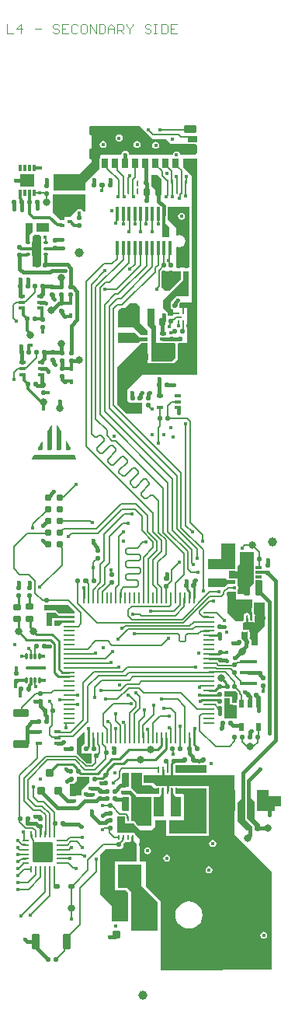
<source format=gbl>
G04*
G04 #@! TF.GenerationSoftware,Altium Limited,Altium Designer,21.3.1 (25)*
G04*
G04 Layer_Physical_Order=4*
G04 Layer_Color=16737843*
%FSLAX25Y25*%
%MOIN*%
G70*
G04*
G04 #@! TF.SameCoordinates,17E3FC6B-7FA6-4A94-9312-BAE076C6F9B9*
G04*
G04*
G04 #@! TF.FilePolarity,Positive*
G04*
G01*
G75*
%ADD10C,0.00591*%
%ADD11C,0.00394*%
%ADD12C,0.00787*%
G04:AMPARAMS|DCode=14|XSize=20.47mil|YSize=20.47mil|CornerRadius=4.1mil|HoleSize=0mil|Usage=FLASHONLY|Rotation=270.000|XOffset=0mil|YOffset=0mil|HoleType=Round|Shape=RoundedRectangle|*
%AMROUNDEDRECTD14*
21,1,0.02047,0.01228,0,0,270.0*
21,1,0.01228,0.02047,0,0,270.0*
1,1,0.00819,-0.00614,-0.00614*
1,1,0.00819,-0.00614,0.00614*
1,1,0.00819,0.00614,0.00614*
1,1,0.00819,0.00614,-0.00614*
%
%ADD14ROUNDEDRECTD14*%
G04:AMPARAMS|DCode=15|XSize=20.47mil|YSize=20.47mil|CornerRadius=4.1mil|HoleSize=0mil|Usage=FLASHONLY|Rotation=180.000|XOffset=0mil|YOffset=0mil|HoleType=Round|Shape=RoundedRectangle|*
%AMROUNDEDRECTD15*
21,1,0.02047,0.01228,0,0,180.0*
21,1,0.01228,0.02047,0,0,180.0*
1,1,0.00819,-0.00614,0.00614*
1,1,0.00819,0.00614,0.00614*
1,1,0.00819,0.00614,-0.00614*
1,1,0.00819,-0.00614,-0.00614*
%
%ADD15ROUNDEDRECTD15*%
%ADD16C,0.00984*%
%ADD37C,0.03937*%
%ADD38C,0.01575*%
%ADD39C,0.00984*%
%ADD40C,0.01181*%
%ADD42C,0.01772*%
%ADD43C,0.01575*%
%ADD44C,0.01772*%
G04:AMPARAMS|DCode=45|XSize=31.5mil|YSize=27.56mil|CornerRadius=3.45mil|HoleSize=0mil|Usage=FLASHONLY|Rotation=180.000|XOffset=0mil|YOffset=0mil|HoleType=Round|Shape=RoundedRectangle|*
%AMROUNDEDRECTD45*
21,1,0.03150,0.02067,0,0,180.0*
21,1,0.02461,0.02756,0,0,180.0*
1,1,0.00689,-0.01230,0.01034*
1,1,0.00689,0.01230,0.01034*
1,1,0.00689,0.01230,-0.01034*
1,1,0.00689,-0.01230,-0.01034*
%
%ADD45ROUNDEDRECTD45*%
%ADD46C,0.03150*%
G04:AMPARAMS|DCode=47|XSize=47.24mil|YSize=31.1mil|CornerRadius=3.11mil|HoleSize=0mil|Usage=FLASHONLY|Rotation=180.000|XOffset=0mil|YOffset=0mil|HoleType=Round|Shape=RoundedRectangle|*
%AMROUNDEDRECTD47*
21,1,0.04724,0.02488,0,0,180.0*
21,1,0.04102,0.03110,0,0,180.0*
1,1,0.00622,-0.02051,0.01244*
1,1,0.00622,0.02051,0.01244*
1,1,0.00622,0.02051,-0.01244*
1,1,0.00622,-0.02051,-0.01244*
%
%ADD47ROUNDEDRECTD47*%
G04:AMPARAMS|DCode=48|XSize=9.84mil|YSize=25.59mil|CornerRadius=2.46mil|HoleSize=0mil|Usage=FLASHONLY|Rotation=180.000|XOffset=0mil|YOffset=0mil|HoleType=Round|Shape=RoundedRectangle|*
%AMROUNDEDRECTD48*
21,1,0.00984,0.02067,0,0,180.0*
21,1,0.00492,0.02559,0,0,180.0*
1,1,0.00492,-0.00246,0.01034*
1,1,0.00492,0.00246,0.01034*
1,1,0.00492,0.00246,-0.01034*
1,1,0.00492,-0.00246,-0.01034*
%
%ADD48ROUNDEDRECTD48*%
G04:AMPARAMS|DCode=49|XSize=33.47mil|YSize=29.53mil|CornerRadius=5.91mil|HoleSize=0mil|Usage=FLASHONLY|Rotation=270.000|XOffset=0mil|YOffset=0mil|HoleType=Round|Shape=RoundedRectangle|*
%AMROUNDEDRECTD49*
21,1,0.03347,0.01772,0,0,270.0*
21,1,0.02165,0.02953,0,0,270.0*
1,1,0.01181,-0.00886,-0.01083*
1,1,0.01181,-0.00886,0.01083*
1,1,0.01181,0.00886,0.01083*
1,1,0.01181,0.00886,-0.01083*
%
%ADD49ROUNDEDRECTD49*%
G04:AMPARAMS|DCode=50|XSize=51.18mil|YSize=39.37mil|CornerRadius=4.92mil|HoleSize=0mil|Usage=FLASHONLY|Rotation=270.000|XOffset=0mil|YOffset=0mil|HoleType=Round|Shape=RoundedRectangle|*
%AMROUNDEDRECTD50*
21,1,0.05118,0.02953,0,0,270.0*
21,1,0.04134,0.03937,0,0,270.0*
1,1,0.00984,-0.01476,-0.02067*
1,1,0.00984,-0.01476,0.02067*
1,1,0.00984,0.01476,0.02067*
1,1,0.00984,0.01476,-0.02067*
%
%ADD50ROUNDEDRECTD50*%
G04:AMPARAMS|DCode=51|XSize=75.59mil|YSize=36.61mil|CornerRadius=4.58mil|HoleSize=0mil|Usage=FLASHONLY|Rotation=180.000|XOffset=0mil|YOffset=0mil|HoleType=Round|Shape=RoundedRectangle|*
%AMROUNDEDRECTD51*
21,1,0.07559,0.02746,0,0,180.0*
21,1,0.06644,0.03661,0,0,180.0*
1,1,0.00915,-0.03322,0.01373*
1,1,0.00915,0.03322,0.01373*
1,1,0.00915,0.03322,-0.01373*
1,1,0.00915,-0.03322,-0.01373*
%
%ADD51ROUNDEDRECTD51*%
G04:AMPARAMS|DCode=52|XSize=11.81mil|YSize=29.53mil|CornerRadius=2.36mil|HoleSize=0mil|Usage=FLASHONLY|Rotation=90.000|XOffset=0mil|YOffset=0mil|HoleType=Round|Shape=RoundedRectangle|*
%AMROUNDEDRECTD52*
21,1,0.01181,0.02480,0,0,90.0*
21,1,0.00709,0.02953,0,0,90.0*
1,1,0.00472,0.01240,0.00354*
1,1,0.00472,0.01240,-0.00354*
1,1,0.00472,-0.01240,-0.00354*
1,1,0.00472,-0.01240,0.00354*
%
%ADD52ROUNDEDRECTD52*%
G04:AMPARAMS|DCode=53|XSize=11.81mil|YSize=29.53mil|CornerRadius=2.36mil|HoleSize=0mil|Usage=FLASHONLY|Rotation=180.000|XOffset=0mil|YOffset=0mil|HoleType=Round|Shape=RoundedRectangle|*
%AMROUNDEDRECTD53*
21,1,0.01181,0.02480,0,0,180.0*
21,1,0.00709,0.02953,0,0,180.0*
1,1,0.00472,-0.00354,0.01240*
1,1,0.00472,0.00354,0.01240*
1,1,0.00472,0.00354,-0.01240*
1,1,0.00472,-0.00354,-0.01240*
%
%ADD53ROUNDEDRECTD53*%
G04:AMPARAMS|DCode=54|XSize=27.56mil|YSize=39.37mil|CornerRadius=3.45mil|HoleSize=0mil|Usage=FLASHONLY|Rotation=0.000|XOffset=0mil|YOffset=0mil|HoleType=Round|Shape=RoundedRectangle|*
%AMROUNDEDRECTD54*
21,1,0.02756,0.03248,0,0,0.0*
21,1,0.02067,0.03937,0,0,0.0*
1,1,0.00689,0.01034,-0.01624*
1,1,0.00689,-0.01034,-0.01624*
1,1,0.00689,-0.01034,0.01624*
1,1,0.00689,0.01034,0.01624*
%
%ADD54ROUNDEDRECTD54*%
G04:AMPARAMS|DCode=55|XSize=11.81mil|YSize=23.62mil|CornerRadius=2.36mil|HoleSize=0mil|Usage=FLASHONLY|Rotation=180.000|XOffset=0mil|YOffset=0mil|HoleType=Round|Shape=RoundedRectangle|*
%AMROUNDEDRECTD55*
21,1,0.01181,0.01890,0,0,180.0*
21,1,0.00709,0.02362,0,0,180.0*
1,1,0.00472,-0.00354,0.00945*
1,1,0.00472,0.00354,0.00945*
1,1,0.00472,0.00354,-0.00945*
1,1,0.00472,-0.00354,-0.00945*
%
%ADD55ROUNDEDRECTD55*%
G04:AMPARAMS|DCode=56|XSize=15.75mil|YSize=25.59mil|CornerRadius=2.76mil|HoleSize=0mil|Usage=FLASHONLY|Rotation=90.000|XOffset=0mil|YOffset=0mil|HoleType=Round|Shape=RoundedRectangle|*
%AMROUNDEDRECTD56*
21,1,0.01575,0.02008,0,0,90.0*
21,1,0.01024,0.02559,0,0,90.0*
1,1,0.00551,0.01004,0.00512*
1,1,0.00551,0.01004,-0.00512*
1,1,0.00551,-0.01004,-0.00512*
1,1,0.00551,-0.01004,0.00512*
%
%ADD56ROUNDEDRECTD56*%
G04:AMPARAMS|DCode=57|XSize=15.75mil|YSize=59.06mil|CornerRadius=3.94mil|HoleSize=0mil|Usage=FLASHONLY|Rotation=0.000|XOffset=0mil|YOffset=0mil|HoleType=Round|Shape=RoundedRectangle|*
%AMROUNDEDRECTD57*
21,1,0.01575,0.05118,0,0,0.0*
21,1,0.00787,0.05906,0,0,0.0*
1,1,0.00787,0.00394,-0.02559*
1,1,0.00787,-0.00394,-0.02559*
1,1,0.00787,-0.00394,0.02559*
1,1,0.00787,0.00394,0.02559*
%
%ADD57ROUNDEDRECTD57*%
G04:AMPARAMS|DCode=58|XSize=21.65mil|YSize=31.5mil|CornerRadius=2.71mil|HoleSize=0mil|Usage=FLASHONLY|Rotation=180.000|XOffset=0mil|YOffset=0mil|HoleType=Round|Shape=RoundedRectangle|*
%AMROUNDEDRECTD58*
21,1,0.02165,0.02608,0,0,180.0*
21,1,0.01624,0.03150,0,0,180.0*
1,1,0.00541,-0.00812,0.01304*
1,1,0.00541,0.00812,0.01304*
1,1,0.00541,0.00812,-0.01304*
1,1,0.00541,-0.00812,-0.01304*
%
%ADD58ROUNDEDRECTD58*%
G04:AMPARAMS|DCode=59|XSize=31.5mil|YSize=66.93mil|CornerRadius=3.94mil|HoleSize=0mil|Usage=FLASHONLY|Rotation=0.000|XOffset=0mil|YOffset=0mil|HoleType=Round|Shape=RoundedRectangle|*
%AMROUNDEDRECTD59*
21,1,0.03150,0.05906,0,0,0.0*
21,1,0.02362,0.06693,0,0,0.0*
1,1,0.00787,0.01181,-0.02953*
1,1,0.00787,-0.01181,-0.02953*
1,1,0.00787,-0.01181,0.02953*
1,1,0.00787,0.01181,0.02953*
%
%ADD59ROUNDEDRECTD59*%
G04:AMPARAMS|DCode=60|XSize=9.84mil|YSize=29.53mil|CornerRadius=2.46mil|HoleSize=0mil|Usage=FLASHONLY|Rotation=180.000|XOffset=0mil|YOffset=0mil|HoleType=Round|Shape=RoundedRectangle|*
%AMROUNDEDRECTD60*
21,1,0.00984,0.02461,0,0,180.0*
21,1,0.00492,0.02953,0,0,180.0*
1,1,0.00492,-0.00246,0.01230*
1,1,0.00492,0.00246,0.01230*
1,1,0.00492,0.00246,-0.01230*
1,1,0.00492,-0.00246,-0.01230*
%
%ADD60ROUNDEDRECTD60*%
G04:AMPARAMS|DCode=61|XSize=15.75mil|YSize=25.59mil|CornerRadius=3.94mil|HoleSize=0mil|Usage=FLASHONLY|Rotation=90.000|XOffset=0mil|YOffset=0mil|HoleType=Round|Shape=RoundedRectangle|*
%AMROUNDEDRECTD61*
21,1,0.01575,0.01772,0,0,90.0*
21,1,0.00787,0.02559,0,0,90.0*
1,1,0.00787,0.00886,0.00394*
1,1,0.00787,0.00886,-0.00394*
1,1,0.00787,-0.00886,-0.00394*
1,1,0.00787,-0.00886,0.00394*
%
%ADD61ROUNDEDRECTD61*%
G04:AMPARAMS|DCode=62|XSize=31.5mil|YSize=66.93mil|CornerRadius=3.94mil|HoleSize=0mil|Usage=FLASHONLY|Rotation=90.000|XOffset=0mil|YOffset=0mil|HoleType=Round|Shape=RoundedRectangle|*
%AMROUNDEDRECTD62*
21,1,0.03150,0.05906,0,0,90.0*
21,1,0.02362,0.06693,0,0,90.0*
1,1,0.00787,0.02953,0.01181*
1,1,0.00787,0.02953,-0.01181*
1,1,0.00787,-0.02953,-0.01181*
1,1,0.00787,-0.02953,0.01181*
%
%ADD62ROUNDEDRECTD62*%
G04:AMPARAMS|DCode=63|XSize=33.47mil|YSize=29.53mil|CornerRadius=5.91mil|HoleSize=0mil|Usage=FLASHONLY|Rotation=0.000|XOffset=0mil|YOffset=0mil|HoleType=Round|Shape=RoundedRectangle|*
%AMROUNDEDRECTD63*
21,1,0.03347,0.01772,0,0,0.0*
21,1,0.02165,0.02953,0,0,0.0*
1,1,0.01181,0.01083,-0.00886*
1,1,0.01181,-0.01083,-0.00886*
1,1,0.01181,-0.01083,0.00886*
1,1,0.01181,0.01083,0.00886*
%
%ADD63ROUNDEDRECTD63*%
G04:AMPARAMS|DCode=64|XSize=9.84mil|YSize=49.21mil|CornerRadius=2.46mil|HoleSize=0mil|Usage=FLASHONLY|Rotation=180.000|XOffset=0mil|YOffset=0mil|HoleType=Round|Shape=RoundedRectangle|*
%AMROUNDEDRECTD64*
21,1,0.00984,0.04429,0,0,180.0*
21,1,0.00492,0.04921,0,0,180.0*
1,1,0.00492,-0.00246,0.02215*
1,1,0.00492,0.00246,0.02215*
1,1,0.00492,0.00246,-0.02215*
1,1,0.00492,-0.00246,-0.02215*
%
%ADD64ROUNDEDRECTD64*%
G04:AMPARAMS|DCode=65|XSize=9.84mil|YSize=49.21mil|CornerRadius=2.46mil|HoleSize=0mil|Usage=FLASHONLY|Rotation=90.000|XOffset=0mil|YOffset=0mil|HoleType=Round|Shape=RoundedRectangle|*
%AMROUNDEDRECTD65*
21,1,0.00984,0.04429,0,0,90.0*
21,1,0.00492,0.04921,0,0,90.0*
1,1,0.00492,0.02215,0.00246*
1,1,0.00492,0.02215,-0.00246*
1,1,0.00492,-0.02215,-0.00246*
1,1,0.00492,-0.02215,0.00246*
%
%ADD65ROUNDEDRECTD65*%
%ADD66C,0.03098*%
G04:AMPARAMS|DCode=67|XSize=9.84mil|YSize=23.62mil|CornerRadius=1.97mil|HoleSize=0mil|Usage=FLASHONLY|Rotation=0.000|XOffset=0mil|YOffset=0mil|HoleType=Round|Shape=RoundedRectangle|*
%AMROUNDEDRECTD67*
21,1,0.00984,0.01968,0,0,0.0*
21,1,0.00591,0.02362,0,0,0.0*
1,1,0.00394,0.00295,-0.00984*
1,1,0.00394,-0.00295,-0.00984*
1,1,0.00394,-0.00295,0.00984*
1,1,0.00394,0.00295,0.00984*
%
%ADD67ROUNDEDRECTD67*%
G04:AMPARAMS|DCode=68|XSize=11.81mil|YSize=17.72mil|CornerRadius=1.77mil|HoleSize=0mil|Usage=FLASHONLY|Rotation=90.000|XOffset=0mil|YOffset=0mil|HoleType=Round|Shape=RoundedRectangle|*
%AMROUNDEDRECTD68*
21,1,0.01181,0.01417,0,0,90.0*
21,1,0.00827,0.01772,0,0,90.0*
1,1,0.00354,0.00709,0.00413*
1,1,0.00354,0.00709,-0.00413*
1,1,0.00354,-0.00709,-0.00413*
1,1,0.00354,-0.00709,0.00413*
%
%ADD68ROUNDEDRECTD68*%
G04:AMPARAMS|DCode=69|XSize=100mil|YSize=100mil|CornerRadius=5mil|HoleSize=0mil|Usage=FLASHONLY|Rotation=90.000|XOffset=0mil|YOffset=0mil|HoleType=Round|Shape=RoundedRectangle|*
%AMROUNDEDRECTD69*
21,1,0.10000,0.09000,0,0,90.0*
21,1,0.09000,0.10000,0,0,90.0*
1,1,0.01000,0.04500,0.04500*
1,1,0.01000,0.04500,-0.04500*
1,1,0.01000,-0.04500,-0.04500*
1,1,0.01000,-0.04500,0.04500*
%
%ADD69ROUNDEDRECTD69*%
G04:AMPARAMS|DCode=70|XSize=70.87mil|YSize=43.31mil|CornerRadius=2.17mil|HoleSize=0mil|Usage=FLASHONLY|Rotation=0.000|XOffset=0mil|YOffset=0mil|HoleType=Round|Shape=RoundedRectangle|*
%AMROUNDEDRECTD70*
21,1,0.07087,0.03898,0,0,0.0*
21,1,0.06653,0.04331,0,0,0.0*
1,1,0.00433,0.03327,-0.01949*
1,1,0.00433,-0.03327,-0.01949*
1,1,0.00433,-0.03327,0.01949*
1,1,0.00433,0.03327,0.01949*
%
%ADD70ROUNDEDRECTD70*%
G04:AMPARAMS|DCode=71|XSize=9.84mil|YSize=19.68mil|CornerRadius=1.97mil|HoleSize=0mil|Usage=FLASHONLY|Rotation=0.000|XOffset=0mil|YOffset=0mil|HoleType=Round|Shape=RoundedRectangle|*
%AMROUNDEDRECTD71*
21,1,0.00984,0.01575,0,0,0.0*
21,1,0.00591,0.01968,0,0,0.0*
1,1,0.00394,0.00295,-0.00787*
1,1,0.00394,-0.00295,-0.00787*
1,1,0.00394,-0.00295,0.00787*
1,1,0.00394,0.00295,0.00787*
%
%ADD71ROUNDEDRECTD71*%
G04:AMPARAMS|DCode=72|XSize=62.99mil|YSize=39.37mil|CornerRadius=1.97mil|HoleSize=0mil|Usage=FLASHONLY|Rotation=90.000|XOffset=0mil|YOffset=0mil|HoleType=Round|Shape=RoundedRectangle|*
%AMROUNDEDRECTD72*
21,1,0.06299,0.03543,0,0,90.0*
21,1,0.05906,0.03937,0,0,90.0*
1,1,0.00394,0.01772,0.02953*
1,1,0.00394,0.01772,-0.02953*
1,1,0.00394,-0.01772,-0.02953*
1,1,0.00394,-0.01772,0.02953*
%
%ADD72ROUNDEDRECTD72*%
G04:AMPARAMS|DCode=73|XSize=78.74mil|YSize=47.24mil|CornerRadius=2.36mil|HoleSize=0mil|Usage=FLASHONLY|Rotation=0.000|XOffset=0mil|YOffset=0mil|HoleType=Round|Shape=RoundedRectangle|*
%AMROUNDEDRECTD73*
21,1,0.07874,0.04252,0,0,0.0*
21,1,0.07402,0.04724,0,0,0.0*
1,1,0.00472,0.03701,-0.02126*
1,1,0.00472,-0.03701,-0.02126*
1,1,0.00472,-0.03701,0.02126*
1,1,0.00472,0.03701,0.02126*
%
%ADD73ROUNDEDRECTD73*%
G04:AMPARAMS|DCode=74|XSize=15.75mil|YSize=21.65mil|CornerRadius=3.94mil|HoleSize=0mil|Usage=FLASHONLY|Rotation=270.000|XOffset=0mil|YOffset=0mil|HoleType=Round|Shape=RoundedRectangle|*
%AMROUNDEDRECTD74*
21,1,0.01575,0.01378,0,0,270.0*
21,1,0.00787,0.02165,0,0,270.0*
1,1,0.00787,-0.00689,-0.00394*
1,1,0.00787,-0.00689,0.00394*
1,1,0.00787,0.00689,0.00394*
1,1,0.00787,0.00689,-0.00394*
%
%ADD74ROUNDEDRECTD74*%
G04:AMPARAMS|DCode=75|XSize=62.99mil|YSize=30mil|CornerRadius=3.75mil|HoleSize=0mil|Usage=FLASHONLY|Rotation=90.000|XOffset=0mil|YOffset=0mil|HoleType=Round|Shape=RoundedRectangle|*
%AMROUNDEDRECTD75*
21,1,0.06299,0.02250,0,0,90.0*
21,1,0.05549,0.03000,0,0,90.0*
1,1,0.00750,0.01125,0.02775*
1,1,0.00750,0.01125,-0.02775*
1,1,0.00750,-0.01125,-0.02775*
1,1,0.00750,-0.01125,0.02775*
%
%ADD75ROUNDEDRECTD75*%
G04:AMPARAMS|DCode=76|XSize=66.93mil|YSize=43.31mil|CornerRadius=5.41mil|HoleSize=0mil|Usage=FLASHONLY|Rotation=0.000|XOffset=0mil|YOffset=0mil|HoleType=Round|Shape=RoundedRectangle|*
%AMROUNDEDRECTD76*
21,1,0.06693,0.03248,0,0,0.0*
21,1,0.05610,0.04331,0,0,0.0*
1,1,0.01083,0.02805,-0.01624*
1,1,0.01083,-0.02805,-0.01624*
1,1,0.01083,-0.02805,0.01624*
1,1,0.01083,0.02805,0.01624*
%
%ADD76ROUNDEDRECTD76*%
G04:AMPARAMS|DCode=77|XSize=19.68mil|YSize=23.62mil|CornerRadius=4.92mil|HoleSize=0mil|Usage=FLASHONLY|Rotation=270.000|XOffset=0mil|YOffset=0mil|HoleType=Round|Shape=RoundedRectangle|*
%AMROUNDEDRECTD77*
21,1,0.01968,0.01378,0,0,270.0*
21,1,0.00984,0.02362,0,0,270.0*
1,1,0.00984,-0.00689,-0.00492*
1,1,0.00984,-0.00689,0.00492*
1,1,0.00984,0.00689,0.00492*
1,1,0.00984,0.00689,-0.00492*
%
%ADD77ROUNDEDRECTD77*%
G04:AMPARAMS|DCode=78|XSize=7.87mil|YSize=23.62mil|CornerRadius=1.97mil|HoleSize=0mil|Usage=FLASHONLY|Rotation=180.000|XOffset=0mil|YOffset=0mil|HoleType=Round|Shape=RoundedRectangle|*
%AMROUNDEDRECTD78*
21,1,0.00787,0.01968,0,0,180.0*
21,1,0.00394,0.02362,0,0,180.0*
1,1,0.00394,-0.00197,0.00984*
1,1,0.00394,0.00197,0.00984*
1,1,0.00394,0.00197,-0.00984*
1,1,0.00394,-0.00197,-0.00984*
%
%ADD78ROUNDEDRECTD78*%
G04:AMPARAMS|DCode=79|XSize=11.81mil|YSize=66.93mil|CornerRadius=2.95mil|HoleSize=0mil|Usage=FLASHONLY|Rotation=270.000|XOffset=0mil|YOffset=0mil|HoleType=Round|Shape=RoundedRectangle|*
%AMROUNDEDRECTD79*
21,1,0.01181,0.06102,0,0,270.0*
21,1,0.00591,0.06693,0,0,270.0*
1,1,0.00591,-0.03051,-0.00295*
1,1,0.00591,-0.03051,0.00295*
1,1,0.00591,0.03051,0.00295*
1,1,0.00591,0.03051,-0.00295*
%
%ADD79ROUNDEDRECTD79*%
G04:AMPARAMS|DCode=80|XSize=15.75mil|YSize=74.8mil|CornerRadius=3.94mil|HoleSize=0mil|Usage=FLASHONLY|Rotation=270.000|XOffset=0mil|YOffset=0mil|HoleType=Round|Shape=RoundedRectangle|*
%AMROUNDEDRECTD80*
21,1,0.01575,0.06693,0,0,270.0*
21,1,0.00787,0.07480,0,0,270.0*
1,1,0.00787,-0.03347,-0.00394*
1,1,0.00787,-0.03347,0.00394*
1,1,0.00787,0.03347,0.00394*
1,1,0.00787,0.03347,-0.00394*
%
%ADD80ROUNDEDRECTD80*%
G04:AMPARAMS|DCode=81|XSize=39.37mil|YSize=27.56mil|CornerRadius=3.45mil|HoleSize=0mil|Usage=FLASHONLY|Rotation=0.000|XOffset=0mil|YOffset=0mil|HoleType=Round|Shape=RoundedRectangle|*
%AMROUNDEDRECTD81*
21,1,0.03937,0.02067,0,0,0.0*
21,1,0.03248,0.02756,0,0,0.0*
1,1,0.00689,0.01624,-0.01034*
1,1,0.00689,-0.01624,-0.01034*
1,1,0.00689,-0.01624,0.01034*
1,1,0.00689,0.01624,0.01034*
%
%ADD81ROUNDEDRECTD81*%
G04:AMPARAMS|DCode=82|XSize=57.09mil|YSize=47.24mil|CornerRadius=5.91mil|HoleSize=0mil|Usage=FLASHONLY|Rotation=0.000|XOffset=0mil|YOffset=0mil|HoleType=Round|Shape=RoundedRectangle|*
%AMROUNDEDRECTD82*
21,1,0.05709,0.03543,0,0,0.0*
21,1,0.04528,0.04724,0,0,0.0*
1,1,0.01181,0.02264,-0.01772*
1,1,0.01181,-0.02264,-0.01772*
1,1,0.01181,-0.02264,0.01772*
1,1,0.01181,0.02264,0.01772*
%
%ADD82ROUNDEDRECTD82*%
G04:AMPARAMS|DCode=83|XSize=55.12mil|YSize=31.5mil|CornerRadius=3.94mil|HoleSize=0mil|Usage=FLASHONLY|Rotation=0.000|XOffset=0mil|YOffset=0mil|HoleType=Round|Shape=RoundedRectangle|*
%AMROUNDEDRECTD83*
21,1,0.05512,0.02362,0,0,0.0*
21,1,0.04724,0.03150,0,0,0.0*
1,1,0.00787,0.02362,-0.01181*
1,1,0.00787,-0.02362,-0.01181*
1,1,0.00787,-0.02362,0.01181*
1,1,0.00787,0.02362,0.01181*
%
%ADD83ROUNDEDRECTD83*%
G04:AMPARAMS|DCode=84|XSize=45.28mil|YSize=47.24mil|CornerRadius=5.66mil|HoleSize=0mil|Usage=FLASHONLY|Rotation=0.000|XOffset=0mil|YOffset=0mil|HoleType=Round|Shape=RoundedRectangle|*
%AMROUNDEDRECTD84*
21,1,0.04528,0.03593,0,0,0.0*
21,1,0.03396,0.04724,0,0,0.0*
1,1,0.01132,0.01698,-0.01796*
1,1,0.01132,-0.01698,-0.01796*
1,1,0.01132,-0.01698,0.01796*
1,1,0.01132,0.01698,0.01796*
%
%ADD84ROUNDEDRECTD84*%
G04:AMPARAMS|DCode=85|XSize=45.28mil|YSize=43.31mil|CornerRadius=5.41mil|HoleSize=0mil|Usage=FLASHONLY|Rotation=0.000|XOffset=0mil|YOffset=0mil|HoleType=Round|Shape=RoundedRectangle|*
%AMROUNDEDRECTD85*
21,1,0.04528,0.03248,0,0,0.0*
21,1,0.03445,0.04331,0,0,0.0*
1,1,0.01083,0.01722,-0.01624*
1,1,0.01083,-0.01722,-0.01624*
1,1,0.01083,-0.01722,0.01624*
1,1,0.01083,0.01722,0.01624*
%
%ADD85ROUNDEDRECTD85*%
G04:AMPARAMS|DCode=86|XSize=62.99mil|YSize=55.12mil|CornerRadius=2.76mil|HoleSize=0mil|Usage=FLASHONLY|Rotation=180.000|XOffset=0mil|YOffset=0mil|HoleType=Round|Shape=RoundedRectangle|*
%AMROUNDEDRECTD86*
21,1,0.06299,0.04961,0,0,180.0*
21,1,0.05748,0.05512,0,0,180.0*
1,1,0.00551,-0.02874,0.02480*
1,1,0.00551,0.02874,0.02480*
1,1,0.00551,0.02874,-0.02480*
1,1,0.00551,-0.02874,-0.02480*
%
%ADD86ROUNDEDRECTD86*%
G04:AMPARAMS|DCode=87|XSize=68.9mil|YSize=57.09mil|CornerRadius=2.85mil|HoleSize=0mil|Usage=FLASHONLY|Rotation=180.000|XOffset=0mil|YOffset=0mil|HoleType=Round|Shape=RoundedRectangle|*
%AMROUNDEDRECTD87*
21,1,0.06890,0.05138,0,0,180.0*
21,1,0.06319,0.05709,0,0,180.0*
1,1,0.00571,-0.03159,0.02569*
1,1,0.00571,0.03159,0.02569*
1,1,0.00571,0.03159,-0.02569*
1,1,0.00571,-0.03159,-0.02569*
%
%ADD87ROUNDEDRECTD87*%
G04:AMPARAMS|DCode=88|XSize=15.75mil|YSize=21.65mil|CornerRadius=3.94mil|HoleSize=0mil|Usage=FLASHONLY|Rotation=0.000|XOffset=0mil|YOffset=0mil|HoleType=Round|Shape=RoundedRectangle|*
%AMROUNDEDRECTD88*
21,1,0.01575,0.01378,0,0,0.0*
21,1,0.00787,0.02165,0,0,0.0*
1,1,0.00787,0.00394,-0.00689*
1,1,0.00787,-0.00394,-0.00689*
1,1,0.00787,-0.00394,0.00689*
1,1,0.00787,0.00394,0.00689*
%
%ADD88ROUNDEDRECTD88*%
G04:AMPARAMS|DCode=89|XSize=55.12mil|YSize=47.24mil|CornerRadius=5.91mil|HoleSize=0mil|Usage=FLASHONLY|Rotation=0.000|XOffset=0mil|YOffset=0mil|HoleType=Round|Shape=RoundedRectangle|*
%AMROUNDEDRECTD89*
21,1,0.05512,0.03543,0,0,0.0*
21,1,0.04331,0.04724,0,0,0.0*
1,1,0.01181,0.02165,-0.01772*
1,1,0.01181,-0.02165,-0.01772*
1,1,0.01181,-0.02165,0.01772*
1,1,0.01181,0.02165,0.01772*
%
%ADD89ROUNDEDRECTD89*%
G04:AMPARAMS|DCode=90|XSize=62.99mil|YSize=51.18mil|CornerRadius=6.4mil|HoleSize=0mil|Usage=FLASHONLY|Rotation=180.000|XOffset=0mil|YOffset=0mil|HoleType=Round|Shape=RoundedRectangle|*
%AMROUNDEDRECTD90*
21,1,0.06299,0.03839,0,0,180.0*
21,1,0.05020,0.05118,0,0,180.0*
1,1,0.01280,-0.02510,0.01919*
1,1,0.01280,0.02510,0.01919*
1,1,0.01280,0.02510,-0.01919*
1,1,0.01280,-0.02510,-0.01919*
%
%ADD90ROUNDEDRECTD90*%
G04:AMPARAMS|DCode=91|XSize=11.81mil|YSize=55.12mil|CornerRadius=1.48mil|HoleSize=0mil|Usage=FLASHONLY|Rotation=0.000|XOffset=0mil|YOffset=0mil|HoleType=Round|Shape=RoundedRectangle|*
%AMROUNDEDRECTD91*
21,1,0.01181,0.05217,0,0,0.0*
21,1,0.00886,0.05512,0,0,0.0*
1,1,0.00295,0.00443,-0.02608*
1,1,0.00295,-0.00443,-0.02608*
1,1,0.00295,-0.00443,0.02608*
1,1,0.00295,0.00443,0.02608*
%
%ADD91ROUNDEDRECTD91*%
G04:AMPARAMS|DCode=92|XSize=9.84mil|YSize=29.53mil|CornerRadius=2.46mil|HoleSize=0mil|Usage=FLASHONLY|Rotation=90.000|XOffset=0mil|YOffset=0mil|HoleType=Round|Shape=RoundedRectangle|*
%AMROUNDEDRECTD92*
21,1,0.00984,0.02461,0,0,90.0*
21,1,0.00492,0.02953,0,0,90.0*
1,1,0.00492,0.01230,0.00246*
1,1,0.00492,0.01230,-0.00246*
1,1,0.00492,-0.01230,-0.00246*
1,1,0.00492,-0.01230,0.00246*
%
%ADD92ROUNDEDRECTD92*%
G04:AMPARAMS|DCode=93|XSize=86.61mil|YSize=86.61mil|CornerRadius=4.33mil|HoleSize=0mil|Usage=FLASHONLY|Rotation=180.000|XOffset=0mil|YOffset=0mil|HoleType=Round|Shape=RoundedRectangle|*
%AMROUNDEDRECTD93*
21,1,0.08661,0.07795,0,0,180.0*
21,1,0.07795,0.08661,0,0,180.0*
1,1,0.00866,-0.03898,0.03898*
1,1,0.00866,0.03898,0.03898*
1,1,0.00866,0.03898,-0.03898*
1,1,0.00866,-0.03898,-0.03898*
%
%ADD93ROUNDEDRECTD93*%
G04:AMPARAMS|DCode=94|XSize=51.18mil|YSize=39.37mil|CornerRadius=4.92mil|HoleSize=0mil|Usage=FLASHONLY|Rotation=180.000|XOffset=0mil|YOffset=0mil|HoleType=Round|Shape=RoundedRectangle|*
%AMROUNDEDRECTD94*
21,1,0.05118,0.02953,0,0,180.0*
21,1,0.04134,0.03937,0,0,180.0*
1,1,0.00984,-0.02067,0.01476*
1,1,0.00984,0.02067,0.01476*
1,1,0.00984,0.02067,-0.01476*
1,1,0.00984,-0.02067,-0.01476*
%
%ADD94ROUNDEDRECTD94*%
G04:AMPARAMS|DCode=95|XSize=75.59mil|YSize=36.61mil|CornerRadius=4.58mil|HoleSize=0mil|Usage=FLASHONLY|Rotation=270.000|XOffset=0mil|YOffset=0mil|HoleType=Round|Shape=RoundedRectangle|*
%AMROUNDEDRECTD95*
21,1,0.07559,0.02746,0,0,270.0*
21,1,0.06644,0.03661,0,0,270.0*
1,1,0.00915,-0.01373,-0.03322*
1,1,0.00915,-0.01373,0.03322*
1,1,0.00915,0.01373,0.03322*
1,1,0.00915,0.01373,-0.03322*
%
%ADD95ROUNDEDRECTD95*%
G04:AMPARAMS|DCode=96|XSize=31.5mil|YSize=35.43mil|CornerRadius=3.94mil|HoleSize=0mil|Usage=FLASHONLY|Rotation=0.000|XOffset=0mil|YOffset=0mil|HoleType=Round|Shape=RoundedRectangle|*
%AMROUNDEDRECTD96*
21,1,0.03150,0.02756,0,0,0.0*
21,1,0.02362,0.03543,0,0,0.0*
1,1,0.00787,0.01181,-0.01378*
1,1,0.00787,-0.01181,-0.01378*
1,1,0.00787,-0.01181,0.01378*
1,1,0.00787,0.01181,0.01378*
%
%ADD96ROUNDEDRECTD96*%
G04:AMPARAMS|DCode=97|XSize=31.5mil|YSize=35.43mil|CornerRadius=3.94mil|HoleSize=0mil|Usage=FLASHONLY|Rotation=270.000|XOffset=0mil|YOffset=0mil|HoleType=Round|Shape=RoundedRectangle|*
%AMROUNDEDRECTD97*
21,1,0.03150,0.02756,0,0,270.0*
21,1,0.02362,0.03543,0,0,270.0*
1,1,0.00787,-0.01378,-0.01181*
1,1,0.00787,-0.01378,0.01181*
1,1,0.00787,0.01378,0.01181*
1,1,0.00787,0.01378,-0.01181*
%
%ADD97ROUNDEDRECTD97*%
%ADD98C,0.01378*%
%ADD99C,0.02362*%
G36*
X528134Y740580D02*
X534039Y740579D01*
X535931Y738687D01*
X543028Y738687D01*
X543255Y738536D01*
X543697Y738448D01*
X546846D01*
Y733963D01*
X540584D01*
X540084Y733963D01*
X539969Y734539D01*
X539643Y735027D01*
X539155Y735354D01*
X538579Y735468D01*
X538003Y735354D01*
X537514Y735027D01*
X537188Y734539D01*
X537074Y733963D01*
X536602Y733963D01*
X518157D01*
X518040Y734553D01*
X517692Y735074D01*
X517692Y735074D01*
X517667Y735098D01*
X517146Y735446D01*
X516532Y735569D01*
X515917Y735446D01*
X515396Y735098D01*
X515048Y734577D01*
X514926Y733963D01*
X514926Y733963D01*
X506295D01*
X505508Y733176D01*
X505508Y727664D01*
X502240Y724395D01*
X502117Y724313D01*
X502035Y724190D01*
X499602Y721758D01*
Y718609D01*
X485823D01*
Y725695D01*
X496846D01*
X501965Y730813D01*
X501965Y746091D01*
X518291D01*
X522622Y746091D01*
X528134Y740580D01*
D02*
G37*
G36*
X532280Y723333D02*
Y717427D01*
X529524D01*
Y719002D01*
X527949Y720577D01*
Y725302D01*
X530311D01*
X532280Y723333D01*
D02*
G37*
G36*
X499602Y709553D02*
X498311D01*
X498303Y709594D01*
X497976Y710082D01*
X497488Y710409D01*
X496912Y710523D01*
X496336Y710409D01*
X495848Y710082D01*
X495521Y709594D01*
X495513Y709553D01*
X495272D01*
X493008Y707290D01*
X490646D01*
X490547Y707191D01*
Y706010D01*
X488579D01*
X485429Y709160D01*
X485429Y717034D01*
X499602Y717034D01*
Y709553D01*
D02*
G37*
G36*
X483854Y700892D02*
X478343D01*
Y704435D01*
X483854D01*
Y700892D01*
D02*
G37*
G36*
X533906Y704493D02*
X535614Y702784D01*
Y698454D01*
X532366D01*
Y710658D01*
X533906D01*
Y704493D01*
D02*
G37*
G36*
X476768Y700892D02*
X475587Y699711D01*
Y695774D01*
X473618D01*
Y704435D01*
X476768D01*
Y700892D01*
D02*
G37*
G36*
X544260Y685461D02*
X538370D01*
Y688611D01*
Y694281D01*
X538811Y694517D01*
X538868Y694480D01*
X539858Y694282D01*
X540849Y694480D01*
X541689Y695041D01*
X542250Y695881D01*
X542447Y696872D01*
X542250Y697862D01*
X541689Y698702D01*
X540849Y699264D01*
X539858Y699461D01*
X538868Y699264D01*
X538811Y699226D01*
X538370Y699462D01*
Y702390D01*
X534827Y705934D01*
Y711446D01*
X544260D01*
Y685461D01*
D02*
G37*
G36*
X480311Y698924D02*
X480311Y686325D01*
X479917Y685931D01*
X477162D01*
X476768Y686325D01*
X476768Y698924D01*
X477555Y699711D01*
X479524D01*
X480311Y698924D01*
D02*
G37*
G36*
X540339Y680343D02*
X535614Y675619D01*
X533646D01*
X532071Y677194D01*
Y683878D01*
X532079Y683886D01*
X540339D01*
Y680343D01*
D02*
G37*
G36*
X543882Y673257D02*
X539313D01*
X539157Y673287D01*
X539002Y673257D01*
X538370D01*
X536008Y670894D01*
X536008Y668532D01*
X536120Y668420D01*
X536156Y668238D01*
X536421Y667843D01*
X536817Y667578D01*
X536998Y667542D01*
X537189Y667351D01*
Y664989D01*
X535259D01*
X534858Y665329D01*
X534858Y665329D01*
Y665383D01*
X534827Y665538D01*
X534827Y666170D01*
X532858Y668139D01*
X532858Y671682D01*
X541520Y680343D01*
X541520Y683886D01*
X543882D01*
X543882Y673257D01*
D02*
G37*
G36*
X522831Y668609D02*
X522831Y661916D01*
X524930Y659817D01*
X526165Y658690D01*
Y656721D01*
X523410D01*
X520260Y659871D01*
X513567D01*
Y666957D01*
X514748Y668139D01*
X516323D01*
X518291Y670107D01*
X521332Y670107D01*
X522831Y668609D01*
D02*
G37*
G36*
X522831Y655617D02*
X525980D01*
Y654042D01*
X522831D01*
X522043Y653254D01*
X513382D01*
Y657585D01*
X520862D01*
X522831Y655617D01*
D02*
G37*
G36*
X529130Y661325D02*
X529917Y660538D01*
X529917Y653254D01*
X531663D01*
X531768Y653233D01*
X532721D01*
X532772Y653223D01*
X535443D01*
X535529Y653166D01*
X535996Y653073D01*
X537224D01*
X537691Y653166D01*
X538185Y653003D01*
Y646955D01*
X536610Y645380D01*
X527740D01*
X527740Y659083D01*
X525980Y660843D01*
X525980Y667821D01*
X529130D01*
X529130Y661325D01*
D02*
G37*
G36*
X547425Y639398D02*
X531638D01*
X531099Y639506D01*
X530559Y639398D01*
X523803D01*
X517504Y633099D01*
X517504Y628660D01*
X518576Y627587D01*
X523803Y627587D01*
Y622863D01*
X517110Y622863D01*
X513173Y626800D01*
Y642942D01*
X523410Y653178D01*
X526165D01*
Y644910D01*
X526559Y644517D01*
X537583D01*
X539157Y646091D01*
Y652760D01*
X539539Y653073D01*
X540768D01*
X541235Y653166D01*
X541252Y653178D01*
X543094D01*
X543094Y668139D01*
X539945Y668139D01*
Y670198D01*
X540247Y670501D01*
X545063D01*
Y724831D01*
X541520Y728375D01*
X541520Y732312D01*
X547425Y732312D01*
X547425Y639398D01*
D02*
G37*
G36*
X491205Y611103D02*
X491228D01*
X491273Y611091D01*
X491314Y611068D01*
X491348Y611034D01*
X491359Y611014D01*
X492975Y608207D01*
X492982Y608198D01*
Y608192D01*
Y607547D01*
Y607512D01*
X492955Y607446D01*
X492905Y607396D01*
X492839Y607369D01*
X492804Y607369D01*
X492804Y607369D01*
X491137D01*
X491072Y607396D01*
X491021Y607447D01*
X490994Y607512D01*
Y607548D01*
X490994Y610925D01*
X490994D01*
Y610961D01*
X491021Y611026D01*
X491072Y611076D01*
X491137Y611103D01*
X491173D01*
X491205Y611103D01*
Y611103D01*
D02*
G37*
G36*
X480843Y611103D02*
X480879D01*
X480944Y611076D01*
X480995Y611026D01*
X481022Y610961D01*
Y610925D01*
Y607548D01*
Y607512D01*
X480995Y607447D01*
X480944Y607396D01*
X480879Y607369D01*
X479212D01*
Y607369D01*
X479176Y607369D01*
X479111Y607396D01*
X479061Y607446D01*
X479034Y607512D01*
Y607547D01*
X479034D01*
Y608192D01*
Y608198D01*
X479041Y608207D01*
X480656Y611014D01*
X480668Y611034D01*
X480701Y611068D01*
X480742Y611091D01*
X480788Y611103D01*
X480811D01*
Y611103D01*
X480843Y611103D01*
D02*
G37*
G36*
X487212Y618009D02*
Y618009D01*
X487236D01*
X487281Y617997D01*
X487322Y617974D01*
X487355Y617940D01*
X487367Y617920D01*
X488983Y615113D01*
X488990Y615104D01*
Y615098D01*
Y607545D01*
Y607510D01*
X488963Y607444D01*
X488913Y607394D01*
X488847Y607367D01*
X488812Y607367D01*
X488812Y607367D01*
X487145D01*
X487079Y607394D01*
X487029Y607444D01*
X487002Y607510D01*
X487002Y607545D01*
Y617831D01*
X487002D01*
Y617867D01*
X487029Y617932D01*
X487079Y617982D01*
X487145Y618009D01*
X487180D01*
X487212Y618009D01*
D02*
G37*
G36*
X484937Y617982D02*
X484987Y617932D01*
X485014Y617867D01*
Y617831D01*
X485014D01*
Y607545D01*
X485014D01*
Y607510D01*
X484987Y607444D01*
X484937Y607394D01*
X484871Y607367D01*
X483204D01*
Y607367D01*
X483169Y607367D01*
X483103Y607394D01*
X483053Y607444D01*
X483026Y607510D01*
Y607545D01*
X483026D01*
Y615098D01*
Y615104D01*
X483033Y615113D01*
X484649Y617920D01*
X484660Y617940D01*
X484694Y617974D01*
X484735Y617997D01*
X484780Y618009D01*
X484804D01*
Y618009D01*
X484836Y618009D01*
X484871D01*
X484937Y617982D01*
D02*
G37*
G36*
X494543Y605378D02*
X494561Y605378D01*
X494594Y605369D01*
X494624Y605351D01*
X494648Y605327D01*
X494657Y605312D01*
X494657Y605312D01*
X494657Y605312D01*
X494658Y605310D01*
X494658D01*
X494659Y605308D01*
X494659Y605308D01*
X494660Y605308D01*
X494660Y605308D01*
X494660Y605307D01*
X494660Y605307D01*
X494660Y605307D01*
X495600Y603692D01*
X495600Y603691D01*
X495600D01*
X495601Y603691D01*
X495632Y603644D01*
X495638Y603532D01*
X495586Y603433D01*
X495490Y603375D01*
X495434Y603375D01*
X476582D01*
X476526Y603375D01*
X476430Y603433D01*
X476377Y603532D01*
X476384Y603644D01*
X476415Y603691D01*
X476415D01*
X476415Y603691D01*
X476416Y603692D01*
X476416Y603692D01*
X477355Y605307D01*
X477356Y605307D01*
X477356Y605308D01*
X477356Y605308D01*
X477356Y605308D01*
X477356Y605308D01*
Y605308D01*
X477358Y605310D01*
X477359Y605312D01*
X477359D01*
X477359Y605312D01*
X477367Y605327D01*
X477392Y605351D01*
X477422Y605369D01*
X477455Y605378D01*
X477472Y605378D01*
X477472Y605378D01*
X477475Y605379D01*
X494541D01*
X494543Y605378D01*
D02*
G37*
G36*
X563884Y567166D02*
Y556645D01*
X563747Y556163D01*
X561266D01*
X561165Y556143D01*
X552073D01*
Y560473D01*
X557661Y560473D01*
X557661Y567166D01*
X563884Y567166D01*
D02*
G37*
G36*
X560341Y551418D02*
X561165D01*
X561266Y551398D01*
X563747D01*
X563884Y550916D01*
Y550028D01*
X560602D01*
X559236Y548662D01*
X552073D01*
Y552206D01*
X559554D01*
X560341Y551418D01*
D02*
G37*
G36*
X571638Y550116D02*
X570184Y548662D01*
X570184Y545501D01*
X564847Y545501D01*
Y547613D01*
X564958Y547779D01*
X565072Y548355D01*
X564958Y548931D01*
X564847Y549097D01*
Y552205D01*
X563847D01*
X563747Y552225D01*
X561266D01*
X561128Y552708D01*
Y554853D01*
X561266Y555335D01*
X563747D01*
X563847Y555355D01*
X564847D01*
Y557498D01*
X565853Y558505D01*
Y563623D01*
X571638D01*
Y550116D01*
D02*
G37*
G36*
X575302Y550916D02*
Y545119D01*
X572546D01*
Y550916D01*
X572683Y551398D01*
X575164D01*
X575302Y550916D01*
D02*
G37*
G36*
X491925Y541049D02*
X494866Y538109D01*
X494866Y537135D01*
X488075Y537135D01*
X486795Y538414D01*
X482129Y538414D01*
X481776Y538768D01*
X481776Y541049D01*
X491925Y541049D01*
D02*
G37*
G36*
X563961Y543335D02*
X571047D01*
X571146Y543236D01*
Y542147D01*
X571093Y542068D01*
X571032Y541761D01*
Y539899D01*
X570959Y539791D01*
X570866Y539324D01*
Y538095D01*
X570959Y537628D01*
X571032Y537520D01*
Y537005D01*
X571032Y537005D01*
X571093Y536697D01*
X571146Y536618D01*
X571146Y534634D01*
X570793Y534280D01*
X570159Y534280D01*
Y536249D01*
X569978Y536430D01*
X569905Y536800D01*
X569676Y537142D01*
X569334Y537370D01*
X568931Y537450D01*
X568439D01*
X568036Y537370D01*
X567694Y537142D01*
X567624Y537036D01*
X567504D01*
Y536857D01*
X567465Y536800D01*
X567385Y536396D01*
Y535387D01*
X567381Y535363D01*
Y534099D01*
X567110D01*
X566803Y534038D01*
X566577Y533886D01*
X563961D01*
X560417Y537430D01*
Y546455D01*
X560447Y546485D01*
X563961D01*
Y543335D01*
D02*
G37*
G36*
X576559Y541673D02*
Y531918D01*
X573410Y528768D01*
Y523650D01*
X570654D01*
Y526013D01*
X569918Y526748D01*
X569985Y527085D01*
Y529152D01*
X569905Y529556D01*
X569866Y529613D01*
Y530146D01*
X569231D01*
X568931Y530206D01*
X568439D01*
X568139Y530146D01*
X567263D01*
X567110Y530177D01*
Y533296D01*
X570306D01*
X570407Y533276D01*
X570900D01*
X571001Y533296D01*
X572228D01*
Y536194D01*
X572437Y536402D01*
X571835Y537005D01*
Y541761D01*
X576472D01*
X576559Y541673D01*
D02*
G37*
G36*
X487507Y536567D02*
X487507Y536567D01*
X487768Y536393D01*
X487848Y536377D01*
X487976Y536249D01*
X494866D01*
Y535543D01*
X494669Y535083D01*
X486008Y535083D01*
X485930Y535068D01*
X485220D01*
Y534358D01*
X485205Y534280D01*
Y531918D01*
X482858D01*
Y537430D01*
X486644D01*
X487507Y536567D01*
D02*
G37*
G36*
X494669Y533099D02*
X489551Y533099D01*
X488370Y531918D01*
X486008Y531918D01*
Y534280D01*
X494669Y534280D01*
Y533099D01*
D02*
G37*
G36*
X566823Y529431D02*
X566881Y529420D01*
X566954Y529389D01*
X567106Y529359D01*
X567185D01*
X567263Y529344D01*
X568139D01*
X568217Y529359D01*
X568296D01*
X568386Y529377D01*
X568985D01*
X569074Y529359D01*
X569114D01*
X569125Y529306D01*
X569140Y529282D01*
X569182Y529073D01*
Y527165D01*
X569130Y526905D01*
Y526826D01*
X569115Y526748D01*
X569130Y526671D01*
Y526592D01*
X569161Y526519D01*
X569176Y526441D01*
X569220Y526375D01*
X569250Y526302D01*
X569306Y526246D01*
X569350Y526181D01*
X569473Y526058D01*
Y524831D01*
X568094D01*
X567121Y525805D01*
X567100Y525913D01*
X566835Y526308D01*
X566439Y526573D01*
X566331Y526594D01*
X566323Y526603D01*
Y529150D01*
X566449Y529283D01*
X566536Y529342D01*
X566799Y529433D01*
X566823Y529431D01*
D02*
G37*
G36*
X564748Y503302D02*
Y500481D01*
X564526Y500148D01*
X564444Y499736D01*
Y498847D01*
X562806D01*
X562331Y499020D01*
Y500249D01*
X562299Y500406D01*
Y501603D01*
X559248D01*
Y503965D01*
X564084D01*
X564748Y503302D01*
D02*
G37*
G36*
X561496Y500406D02*
X561512Y500329D01*
Y500250D01*
X561528Y500170D01*
Y499020D01*
X561531Y499003D01*
X561528Y498986D01*
X561562Y498850D01*
X561589Y498713D01*
X561598Y498699D01*
Y498060D01*
X562728D01*
X562806Y498044D01*
X564354D01*
Y492154D01*
X559236D01*
Y500791D01*
X559248Y500800D01*
X561496D01*
Y500406D01*
D02*
G37*
G36*
X499209Y481503D02*
X497819Y480113D01*
X497819Y477270D01*
X501965Y477270D01*
Y472926D01*
X501901Y472862D01*
X500168D01*
X496237Y476793D01*
X495879Y477032D01*
X495654Y477077D01*
X495654Y483557D01*
X498421Y486325D01*
X499209D01*
X499209Y481503D01*
D02*
G37*
G36*
X551362Y469002D02*
X538185D01*
Y472108D01*
X538406Y472152D01*
X547819D01*
X547974Y472121D01*
X548028D01*
X548183Y472152D01*
X551362D01*
Y469002D01*
D02*
G37*
G36*
X523618Y463490D02*
X527949Y463490D01*
X529130Y462309D01*
X531197D01*
Y459750D01*
X521835D01*
X519079Y462506D01*
Y468926D01*
X523618D01*
X523618Y463490D01*
D02*
G37*
G36*
X500969Y464595D02*
X497819Y461446D01*
Y459083D01*
X492701D01*
X492701Y461839D01*
X492701Y464242D01*
X492708Y464247D01*
X492761Y464300D01*
X494571D01*
X495654Y465383D01*
Y467253D01*
X500969D01*
Y464595D01*
D02*
G37*
G36*
X578051Y458883D02*
X583563D01*
Y454552D01*
X580807D01*
Y452583D01*
X573130D01*
Y461638D01*
X578051D01*
Y458883D01*
D02*
G37*
G36*
X537072Y462207D02*
X537280Y462113D01*
Y460144D01*
X537299Y460047D01*
Y459750D01*
X537491Y459559D01*
X537574Y459434D01*
X537698Y459351D01*
X538382Y458668D01*
X540547D01*
Y450203D01*
X536217D01*
Y458372D01*
Y462309D01*
X536784D01*
X537072Y462207D01*
D02*
G37*
G36*
X533165Y458274D02*
Y450105D01*
X528835D01*
Y458569D01*
X531000D01*
X531423Y458993D01*
X531504Y459009D01*
X531765Y459183D01*
X531939Y459443D01*
X531955Y459524D01*
X532083Y459652D01*
Y462211D01*
X533165D01*
Y458274D01*
D02*
G37*
G36*
X527740Y448847D02*
Y446091D01*
X522228D01*
X521067Y447253D01*
X520989Y447644D01*
X520767Y447976D01*
X520435Y448198D01*
X520043Y448276D01*
X519079D01*
X519079Y458690D01*
X527740Y458690D01*
X527740Y448847D01*
D02*
G37*
G36*
X571387Y457061D02*
X572228Y456423D01*
Y449241D01*
X574591Y446879D01*
Y444123D01*
X572228D01*
Y446091D01*
X568811Y449509D01*
Y449509D01*
X568807Y449528D01*
X568818Y449581D01*
Y454798D01*
X568807Y454851D01*
X568811Y454870D01*
Y456814D01*
X568814Y456829D01*
Y458077D01*
X570370D01*
X571387Y457061D01*
D02*
G37*
G36*
X568007Y457002D02*
X568008Y456995D01*
Y454870D01*
X567993Y454798D01*
Y449581D01*
X568008Y449509D01*
Y448737D01*
X571047Y445698D01*
Y444123D01*
X568685D01*
X564825Y447983D01*
X564704Y456151D01*
X566433Y457880D01*
X568007D01*
Y457002D01*
D02*
G37*
G36*
X551362Y443295D02*
X551009Y442942D01*
X535614Y442942D01*
Y448454D01*
X541913D01*
Y459947D01*
X538440Y459947D01*
X538087Y460301D01*
X538087Y462309D01*
X551362Y462309D01*
X551362Y443295D01*
D02*
G37*
G36*
X563567Y461638D02*
X563681D01*
Y452583D01*
X563567D01*
X563567Y442154D01*
X579315Y426406D01*
X579315Y397666D01*
Y384674D01*
X558449D01*
X558055Y384280D01*
X531677D01*
X531677Y413808D01*
X525378Y420107D01*
Y430737D01*
X522622Y430737D01*
X522622Y440579D01*
X520949Y442253D01*
X520892Y442538D01*
X520674Y442864D01*
X520349Y443081D01*
X520063Y443138D01*
X519866Y443335D01*
X513173Y443335D01*
Y450225D01*
X514149D01*
X514256Y450204D01*
X516323D01*
Y447272D01*
X519866Y447272D01*
X523016Y444123D01*
X527740D01*
X529315Y445698D01*
Y448454D01*
X534039D01*
X534039Y441761D01*
X552543Y441761D01*
X552543Y455146D01*
X552543Y463316D01*
X530201Y463316D01*
X528921Y464595D01*
X524591D01*
Y467999D01*
X524689Y468040D01*
X563567D01*
X563567Y461638D01*
D02*
G37*
G36*
X520161Y441482D02*
X520161Y439890D01*
X521441Y438611D01*
X521441Y431015D01*
X521163Y430737D01*
X513567D01*
X511992Y430737D01*
X511992Y418532D01*
X513567D01*
X516717Y418532D01*
X517898Y417351D01*
X517898Y405540D01*
X517536Y405146D01*
X510811Y405146D01*
Y411839D01*
X509630Y413020D01*
X505693Y416957D01*
Y433886D01*
X508055Y436249D01*
X514932Y436249D01*
X515831Y437275D01*
X515831Y438667D01*
X516316Y439152D01*
X516392Y439266D01*
X518553Y439266D01*
X519177Y439890D01*
X519177Y441482D01*
X519456Y441761D01*
X519883D01*
X520161Y441482D01*
D02*
G37*
G36*
X523410Y420599D02*
X530496Y413513D01*
Y401111D01*
X519079D01*
Y417745D01*
X517110Y419713D01*
X513567D01*
Y429556D01*
X523410D01*
Y420599D01*
D02*
G37*
%LPC*%
G36*
X513906Y742508D02*
X513330Y742393D01*
X512841Y742067D01*
X512515Y741578D01*
X512400Y741002D01*
X512515Y740426D01*
X512841Y739938D01*
X513330Y739612D01*
X513906Y739497D01*
X514482Y739612D01*
X514970Y739938D01*
X515296Y740426D01*
X515411Y741002D01*
X515296Y741578D01*
X514970Y742067D01*
X514482Y742393D01*
X513906Y742508D01*
D02*
G37*
G36*
X521650Y739799D02*
X521074Y739684D01*
X520585Y739358D01*
X520259Y738870D01*
X520144Y738294D01*
X520259Y737718D01*
X520585Y737229D01*
X521074Y736903D01*
X521650Y736788D01*
X522226Y736903D01*
X522714Y737229D01*
X523040Y737718D01*
X523155Y738294D01*
X523040Y738870D01*
X522714Y739358D01*
X522226Y739684D01*
X521650Y739799D01*
D02*
G37*
G36*
X507083D02*
X506507Y739684D01*
X506018Y739358D01*
X505692Y738870D01*
X505577Y738294D01*
X505692Y737718D01*
X506018Y737229D01*
X506507Y736903D01*
X507083Y736788D01*
X507659Y736903D01*
X508147Y737229D01*
X508473Y737718D01*
X508588Y738294D01*
X508473Y738870D01*
X508147Y739358D01*
X507659Y739684D01*
X507083Y739799D01*
D02*
G37*
G36*
X529673Y739405D02*
X529097Y739291D01*
X528609Y738964D01*
X528282Y738476D01*
X528168Y737900D01*
X528282Y737324D01*
X528609Y736835D01*
X529097Y736509D01*
X529673Y736395D01*
X530249Y736509D01*
X530738Y736835D01*
X531064Y737324D01*
X531179Y737900D01*
X531064Y738476D01*
X530738Y738964D01*
X530249Y739291D01*
X529673Y739405D01*
D02*
G37*
G36*
X540732Y709014D02*
X540156Y708899D01*
X539668Y708573D01*
X539342Y708085D01*
X539227Y707509D01*
X539342Y706932D01*
X539668Y706444D01*
X540156Y706118D01*
X540732Y706003D01*
X541308Y706118D01*
X541797Y706444D01*
X542123Y706932D01*
X542238Y707509D01*
X542123Y708085D01*
X541797Y708573D01*
X541308Y708899D01*
X540732Y709014D01*
D02*
G37*
G36*
X554118Y440116D02*
X553542Y440002D01*
X553054Y439675D01*
X552727Y439187D01*
X552613Y438611D01*
X552727Y438035D01*
X553054Y437547D01*
X553542Y437220D01*
X554118Y437106D01*
X554694Y437220D01*
X555183Y437547D01*
X555509Y438035D01*
X555623Y438611D01*
X555509Y439187D01*
X555183Y439675D01*
X554694Y440002D01*
X554118Y440116D01*
D02*
G37*
G36*
X526165Y436967D02*
X525589Y436852D01*
X525101Y436526D01*
X524775Y436037D01*
X524660Y435461D01*
X524775Y434885D01*
X525101Y434397D01*
X525589Y434071D01*
X526165Y433956D01*
X526741Y434071D01*
X527230Y434397D01*
X527556Y434885D01*
X527671Y435461D01*
X527556Y436037D01*
X527230Y436526D01*
X526741Y436852D01*
X526165Y436967D01*
D02*
G37*
G36*
X534433Y433817D02*
X533857Y433703D01*
X533369Y433376D01*
X533042Y432888D01*
X532928Y432312D01*
X533042Y431736D01*
X533369Y431247D01*
X533857Y430921D01*
X534433Y430806D01*
X535009Y430921D01*
X535498Y431247D01*
X535824Y431736D01*
X535938Y432312D01*
X535824Y432888D01*
X535498Y433376D01*
X535009Y433703D01*
X534433Y433817D01*
D02*
G37*
G36*
X552457Y428768D02*
X551881Y428654D01*
X551392Y428327D01*
X551066Y427839D01*
X550951Y427263D01*
X551066Y426687D01*
X551392Y426198D01*
X551881Y425872D01*
X552457Y425758D01*
X553033Y425872D01*
X553521Y426198D01*
X553847Y426687D01*
X553962Y427263D01*
X553847Y427839D01*
X553521Y428327D01*
X553033Y428654D01*
X552457Y428768D01*
D02*
G37*
G36*
X543906Y413740D02*
X542395Y413541D01*
X540987Y412958D01*
X539778Y412030D01*
X538850Y410821D01*
X538267Y409413D01*
X538068Y407902D01*
X538267Y406391D01*
X538850Y404984D01*
X539778Y403775D01*
X540987Y402847D01*
X542395Y402264D01*
X543906Y402065D01*
X545416Y402264D01*
X546824Y402847D01*
X548033Y403775D01*
X548961Y404984D01*
X549544Y406391D01*
X549743Y407902D01*
X549544Y409413D01*
X548961Y410821D01*
X548033Y412030D01*
X546824Y412958D01*
X545416Y413541D01*
X543906Y413740D01*
D02*
G37*
G36*
X576031Y400746D02*
X575455Y400632D01*
X574966Y400305D01*
X574640Y399817D01*
X574525Y399241D01*
X574640Y398665D01*
X574966Y398177D01*
X575455Y397850D01*
X576031Y397736D01*
X576607Y397850D01*
X577095Y398177D01*
X577422Y398665D01*
X577536Y399241D01*
X577422Y399817D01*
X577095Y400305D01*
X576607Y400632D01*
X576031Y400746D01*
D02*
G37*
%LPD*%
D10*
X558870Y545630D02*
Y546469D01*
X552819Y544517D02*
X557757D01*
X558870Y545630D01*
Y546469D02*
X560756Y548355D01*
X541598Y533296D02*
X552819Y544517D01*
X504689Y481239D02*
X505559Y480369D01*
X504689Y481239D02*
Y483983D01*
X506658D02*
X506658Y483983D01*
Y481219D02*
X508055Y479821D01*
X506658Y481219D02*
Y483983D01*
X488323Y571876D02*
X490097Y573650D01*
X504118D02*
X514792Y584324D01*
X490097Y573650D02*
X504118D01*
X514792Y584324D02*
X521200D01*
X493592Y571654D02*
X504877D01*
X515120Y581896D01*
X520676D01*
X535559Y687062D02*
Y687953D01*
X535220Y688291D02*
X535559Y687953D01*
Y687062D02*
X536217Y686404D01*
X535511Y693775D02*
X535656Y693919D01*
X535511Y689222D02*
Y693775D01*
X535220Y688931D02*
X535511Y689222D01*
X535220Y688611D02*
Y688931D01*
X533067Y693830D02*
X533156Y693919D01*
X533067Y686404D02*
Y693830D01*
X530961Y684329D02*
X533036Y686404D01*
X530961Y677430D02*
Y684329D01*
X533036Y686404D02*
X533067D01*
X530138Y676288D02*
Y676608D01*
X530961Y677430D01*
X530656Y704320D02*
Y708486D01*
X529533Y683711D02*
Y685541D01*
X515269Y669447D02*
X529533Y683711D01*
Y685541D02*
X530656Y686663D01*
X528156Y685798D02*
Y693919D01*
X514681Y672323D02*
X528156Y685798D01*
X513018Y669447D02*
X515269D01*
X528517Y742559D02*
X539541D01*
X540535Y741564D02*
X544393D01*
X539541Y742559D02*
X540535Y741564D01*
X469776Y670672D02*
X472039D01*
X468500Y669396D02*
X469776Y670672D01*
X547425Y561052D02*
Y564787D01*
X538792Y573420D02*
X547425Y564787D01*
X549984Y546780D02*
Y564559D01*
X517898Y536221D02*
Y538766D01*
X519318Y540186D02*
X535493D01*
X517898Y538766D02*
X519318Y540186D01*
X519445Y534674D02*
X541028D01*
X517898Y536221D02*
X519445Y534674D01*
X535493Y540186D02*
X536185Y540878D01*
Y544022D01*
X519866Y537036D02*
X522622D01*
X523410Y536249D01*
X538082D01*
X555299Y480343D02*
X561441D01*
X548606Y487036D02*
X555299Y480343D01*
X548606Y487036D02*
Y493335D01*
X549555Y494284D01*
X552392D02*
X552425Y494317D01*
X549555Y494284D02*
X552392D01*
X534858Y572351D02*
X543470Y563738D01*
Y556125D02*
Y563738D01*
Y556125D02*
X544843Y554753D01*
X545085Y558804D02*
Y564712D01*
Y558804D02*
X545668Y558222D01*
Y558162D02*
Y558222D01*
X536875Y572922D02*
X545085Y564712D01*
X541905Y553957D02*
Y562832D01*
X538154Y550206D02*
X541905Y553957D01*
X532941Y571796D02*
X541905Y562832D01*
X544843Y554753D02*
X547819D01*
X552937Y546583D02*
X556874D01*
X541028Y534674D02*
X552937Y546583D01*
X523491Y587999D02*
X524929Y586561D01*
X525888D02*
X527360Y588032D01*
X520711Y599605D02*
X522150Y598166D01*
X517355Y602002D02*
Y602961D01*
X515339Y596151D02*
X516298D01*
X526945Y592412D02*
Y593371D01*
X518696Y593753D02*
X522150Y597207D01*
X513901Y597589D02*
Y598548D01*
X509106Y602384D02*
Y603343D01*
X504311Y607179D02*
X505749Y605740D01*
X506708D01*
X510162Y609195D01*
X510544Y600946D02*
X511503D01*
X514958Y604400D01*
X527360Y588032D02*
X528319D01*
X523491Y587999D02*
Y588958D01*
X524547Y594810D02*
X525506D01*
X513901Y598548D02*
X517355Y602002D01*
X518696Y592794D02*
X520134Y591356D01*
X509106Y603343D02*
X512560Y606797D01*
X501965Y614387D02*
X503385Y612966D01*
X511122Y609195D02*
X512560Y607756D01*
X507448Y611276D02*
Y612235D01*
X506010Y613673D02*
X507448Y612235D01*
X514958Y604400D02*
X515916D01*
X524929Y586561D02*
X525888D01*
X523491Y588958D02*
X526945Y592412D01*
X505051Y613673D02*
X506010D01*
X528319Y588032D02*
X528528Y587824D01*
X525506Y594810D02*
X526945Y593371D01*
X520134Y591356D02*
X521093D01*
X510162Y609195D02*
X511122D01*
X504311Y608138D02*
X507448Y611276D01*
X519753Y599605D02*
X520711D01*
X509106Y602384D02*
X510544Y600946D01*
X516298Y596151D02*
X519753Y599605D01*
X513901Y597589D02*
X515339Y596151D01*
X503385Y612966D02*
X504344D01*
X518696Y592794D02*
Y593753D01*
X522150Y597207D02*
Y598166D01*
X504344Y612966D02*
X505051Y613673D01*
X512560Y606797D02*
Y607756D01*
X504311Y607179D02*
Y608138D01*
X515916Y604400D02*
X517355Y602961D01*
X521093Y591356D02*
X524547Y594810D01*
X528528Y587824D02*
X530872Y585479D01*
X499787Y679531D02*
X507369Y687113D01*
X528528Y572152D02*
Y580245D01*
X499787Y608985D02*
Y679531D01*
Y608985D02*
X528528Y580245D01*
X501965Y614387D02*
Y678155D01*
X507934Y684125D01*
X503831Y620603D02*
X508646Y615788D01*
X503831Y620603D02*
Y677187D01*
X515656Y689012D01*
X508646Y613611D02*
X510911Y611346D01*
X508646Y613611D02*
Y615788D01*
X510911Y611346D02*
X512486D01*
X532941Y590891D01*
X530872Y571902D02*
Y585479D01*
X532941Y571796D02*
Y590891D01*
X534858Y572351D02*
Y593305D01*
X505752Y622410D02*
X534858Y593305D01*
X520469Y528451D02*
X539158D01*
X517713Y530420D02*
X545533D01*
X513382Y526089D02*
X517713Y530420D01*
X516455Y531918D02*
X544275D01*
X504330Y533296D02*
X541598D01*
X539158Y528451D02*
X539849Y527759D01*
X468685Y556515D02*
X471235Y553965D01*
X468685Y565723D02*
X474396Y571434D01*
X468685Y556515D02*
Y565723D01*
X488551Y434034D02*
X497891D01*
X498825Y433099D01*
X499000D01*
X511619Y441346D02*
X513743D01*
X509794Y444927D02*
X510020Y445153D01*
X509794Y443172D02*
X511619Y441346D01*
X509794Y443172D02*
Y444927D01*
X513743Y441346D02*
X513764Y441367D01*
X494979Y474438D02*
X499037Y470380D01*
X483252Y474438D02*
X494979D01*
X499037Y470380D02*
X503520D01*
X502358Y471758D02*
X503933Y473333D01*
X503520Y470380D02*
X508069Y474929D01*
X499711Y471758D02*
X502358D01*
X495457Y476013D02*
X499711Y471758D01*
X527347Y538217D02*
X537447D01*
X521744Y565292D02*
X524197Y567745D01*
X525378D01*
X523618Y572817D02*
X528559Y567876D01*
X526165Y572365D02*
X530193Y568337D01*
X528559Y565414D02*
Y567876D01*
X530193Y564292D02*
Y568337D01*
X524406Y561261D02*
X528559Y565414D01*
X532142Y544128D02*
Y548383D01*
X530496Y550028D02*
Y559083D01*
Y550028D02*
X532142Y548383D01*
X530496Y559083D02*
X534039Y562627D01*
X528528Y560264D02*
X532071Y563808D01*
X530280Y544022D02*
Y547883D01*
X528528Y549635D02*
Y560264D01*
Y549635D02*
X530280Y547883D01*
X538154Y544022D02*
Y550206D01*
X539847Y559379D02*
X539896D01*
X548462Y538097D02*
X552913Y542548D01*
X548462Y537118D02*
X549728Y535853D01*
X548462Y537118D02*
Y538097D01*
X552913Y542548D02*
X554413D01*
X538792Y573420D02*
Y596063D01*
X509630Y625225D02*
Y668878D01*
Y625225D02*
X538792Y596063D01*
X536875Y572922D02*
Y594830D01*
X507661Y624044D02*
Y669554D01*
Y624044D02*
X536875Y594830D01*
X540535Y574008D02*
Y597469D01*
X511483Y626522D02*
Y667912D01*
Y626522D02*
X540535Y597469D01*
X540024Y540794D02*
Y543924D01*
X537447Y538217D02*
X540024Y540794D01*
Y543924D02*
X540122Y544022D01*
X538082Y536249D02*
X541894Y540061D01*
Y543825D01*
X482465Y476013D02*
X495457D01*
X552425Y514002D02*
X552502Y513926D01*
X555613D01*
X555927Y513611D01*
X508069Y474929D02*
Y477286D01*
X555927Y513611D02*
X561655D01*
X563505Y511761D02*
X563567D01*
X563488Y514989D02*
X563567Y515068D01*
X552526Y512135D02*
X559509D01*
X556498Y514989D02*
X563488D01*
X561655Y513611D02*
X563505Y511761D01*
X552425Y515971D02*
X552622Y515774D01*
X559509Y512135D02*
X563598Y508045D01*
X552622Y515774D02*
X555713D01*
X556498Y514989D01*
X560756Y548355D02*
X563567D01*
X566323Y498443D02*
X566335Y498431D01*
X563598Y506012D02*
X565929Y503682D01*
X566323Y498443D02*
Y502362D01*
X565929Y502756D02*
X566323Y502362D01*
X565929Y502756D02*
Y503682D01*
X563598Y506012D02*
Y508045D01*
X552425Y512034D02*
X552526Y512135D01*
X518277Y512034D02*
X552425D01*
X540535Y574008D02*
X549984Y564559D01*
X563576Y515068D02*
X564678Y516170D01*
X563370Y511564D02*
X563794Y511140D01*
Y510432D02*
Y511140D01*
Y510432D02*
X566126Y508099D01*
Y507509D02*
X566520Y507115D01*
X569473D01*
X566126Y507509D02*
Y508099D01*
X567898Y516170D02*
X568334Y516606D01*
X564678Y516170D02*
X567898D01*
X552425Y537624D02*
X555784D01*
X559051Y534357D01*
X559051D01*
X545533Y530420D02*
X546832Y531719D01*
X517251Y507003D02*
X522423D01*
X523517Y508097D02*
X552425D01*
X522423Y507003D02*
X523517Y508097D01*
X519734Y510065D02*
X552425D01*
X506549Y508700D02*
X518369D01*
X519734Y510065D01*
X504960Y510449D02*
X516692D01*
X518277Y512034D01*
X520437Y494066D02*
X522778Y496406D01*
X520437Y483983D02*
Y494066D01*
X522778Y496406D02*
Y501448D01*
X522406Y483983D02*
Y490953D01*
X524799Y493347D02*
Y495774D01*
X522406Y490953D02*
X524799Y493347D01*
X524177Y484179D02*
Y489379D01*
X528736Y493938D02*
Y497743D01*
X524177Y489379D02*
X528736Y493938D01*
X526343Y483983D02*
Y487627D01*
X528311Y483983D02*
Y490166D01*
X524177Y484179D02*
X524374Y483983D01*
X536508Y556040D02*
X539847Y559379D01*
X531382Y493237D02*
X535516D01*
X528311Y490166D02*
X531382Y493237D01*
X538154Y483983D02*
Y494438D01*
X533055Y496485D02*
X536106D01*
X538154Y494438D01*
X540535Y503178D02*
X547428Y496286D01*
X552425D01*
X524591Y503178D02*
X540535D01*
X526343Y560442D02*
X530193Y564292D01*
X523618Y572817D02*
Y578954D01*
X532071Y563808D02*
Y568609D01*
X528528Y572152D02*
X532071Y568609D01*
X549728Y535853D02*
X552228D01*
X552425Y535656D01*
X495980Y541646D02*
X504330Y533296D01*
X509630Y668878D02*
X513076Y672323D01*
X511483Y667912D02*
X513018Y669447D01*
X525656Y686297D02*
Y693919D01*
X507661Y669554D02*
X512233Y674126D01*
X513076Y672323D02*
X514681D01*
X512233Y674126D02*
X513485D01*
X525656Y686297D01*
X508055Y477902D02*
X508370Y477587D01*
X508055Y477902D02*
Y479821D01*
X508069Y477286D02*
X508370Y477587D01*
X507661Y549831D02*
Y556995D01*
X509630Y558963D01*
Y570107D01*
X512563Y548263D02*
X513764Y549464D01*
Y570205D02*
X515929Y572371D01*
X513764Y549464D02*
Y570205D01*
X504689Y544022D02*
X504886Y544219D01*
Y547056D01*
X507661Y549831D01*
X502720Y547317D02*
X505803Y550400D01*
Y558136D01*
X502720Y544022D02*
Y547317D01*
X510626Y550420D02*
X510626D01*
X506658Y544022D02*
X506854Y544219D01*
Y546648D01*
X510626Y550420D01*
X534736Y721809D02*
Y722597D01*
Y718345D02*
Y721809D01*
X502740Y557115D02*
Y559069D01*
Y551485D02*
X503016Y551209D01*
X502740Y551485D02*
Y557115D01*
Y559069D02*
X504720Y561050D01*
X510516Y555737D02*
Y555824D01*
X510522Y555829D01*
X472269Y670902D02*
X473810D01*
X472039Y670672D02*
X472269Y670902D01*
X473810D02*
X477768Y674859D01*
Y677672D01*
X482350Y442597D02*
Y450917D01*
X480249Y453019D02*
X482350Y450917D01*
X482154Y442400D02*
X482350Y442597D01*
X488551Y437971D02*
X491642D01*
X493070Y439398D02*
X495850D01*
X491642Y437971D02*
X493070Y439398D01*
X488551Y439939D02*
X491457D01*
X492863Y441345D01*
X498063D01*
X470406Y425002D02*
X470613D01*
X473247Y427636D01*
X476248D01*
X534248Y548813D02*
X536508Y551073D01*
Y556040D01*
X534217Y548813D02*
X534248D01*
X530872Y571902D02*
X534039Y568735D01*
Y562627D02*
Y568735D01*
X526165Y572365D02*
Y579359D01*
X530705Y610341D02*
Y616957D01*
X531413Y617666D01*
Y620971D01*
X476923Y575477D02*
X483323Y581876D01*
X476923Y573791D02*
Y575477D01*
X476859Y573727D02*
X476923Y573791D01*
X479136Y456487D02*
X481455D01*
X477000Y458623D02*
Y462788D01*
Y458623D02*
X479136Y456487D01*
X473591Y438168D02*
X473787Y437971D01*
X470406Y439844D02*
Y440000D01*
X472082Y438168D02*
X473591D01*
X470406Y439844D02*
X472082Y438168D01*
X513882Y438217D02*
Y438279D01*
X515535Y439933D01*
Y441170D01*
X515732Y441367D01*
X521200Y584324D02*
X526165Y579359D01*
X520676Y581896D02*
X523618Y578954D01*
X473847Y445232D02*
X476934D01*
X478020Y444146D01*
Y442597D02*
Y444146D01*
X484122Y442400D02*
Y451412D01*
X552425Y510065D02*
X552425Y510065D01*
X532142Y544128D02*
X532248Y544022D01*
X534721Y620971D02*
X543104D01*
X544563Y619511D01*
Y576119D02*
Y619511D01*
X505752Y676841D02*
X508064Y679153D01*
X518156Y687688D02*
Y693919D01*
X509621Y679153D02*
X518156Y687688D01*
X508064Y679153D02*
X509621D01*
X515656Y689012D02*
Y693919D01*
X505752Y622410D02*
Y676841D01*
X500575Y431524D02*
X507268Y438217D01*
X544563Y576119D02*
X549787Y570894D01*
Y568139D02*
Y570894D01*
X542594Y574938D02*
Y618609D01*
X545457Y572076D02*
Y572076D01*
X542594Y574938D02*
X545457Y572076D01*
X473161Y456932D02*
Y466709D01*
X477075Y453019D02*
X480249D01*
X473161Y456932D02*
X477075Y453019D01*
X478062Y454716D02*
X480818D01*
X474867Y457911D02*
X478062Y454716D01*
X480818D02*
X484122Y451412D01*
X486091Y447451D02*
Y451851D01*
X481455Y456487D02*
X486091Y451851D01*
Y442400D02*
Y447451D01*
X471256Y449241D02*
Y467953D01*
X478638Y475335D02*
Y481010D01*
X471256Y467953D02*
X478638Y475335D01*
X479032Y481404D02*
X479524D01*
X478638Y481010D02*
X479032Y481404D01*
X473161Y466709D02*
X482465Y476013D01*
X474867Y457911D02*
Y466053D01*
X483252Y474438D01*
X548606Y506128D02*
X552425D01*
X471256Y447823D02*
X473847Y445232D01*
X471256Y447823D02*
Y449241D01*
X478020Y442597D02*
X478217Y442400D01*
X486144Y447451D02*
X486323Y447272D01*
X541894Y543825D02*
X542091Y544022D01*
X515449Y530912D02*
X516455Y531918D01*
X515252Y530912D02*
X515449D01*
X544275Y531918D02*
X546045Y533687D01*
X508904Y727935D02*
X513776Y723063D01*
X508904Y727935D02*
Y729257D01*
X513776Y718215D02*
Y723063D01*
X507919Y730242D02*
X508904Y729257D01*
X506087Y504359D02*
X514607D01*
X517251Y507003D01*
X517975Y505260D02*
X522508D01*
X524591Y503178D01*
X542086Y525153D02*
X542605Y525671D01*
Y527759D01*
X539849Y525671D02*
Y527759D01*
Y525671D02*
X540368Y525153D01*
X542086D01*
X515535Y576013D02*
X517898D01*
X509630Y570107D02*
X515535Y576013D01*
X542671Y724542D02*
X542732Y724603D01*
X542671Y721870D02*
Y724542D01*
X542610Y721809D02*
X542671Y721870D01*
X507870Y676089D02*
X512687D01*
X523156Y686558D01*
X530656Y686663D02*
Y693919D01*
X523156Y686558D02*
Y693919D01*
X497031Y403965D02*
Y419396D01*
X504118Y426483D02*
Y431918D01*
X497031Y419396D02*
X504118Y426483D01*
X515388Y512102D02*
X517487Y514201D01*
X546770D01*
X487398Y483963D02*
X487825Y484390D01*
X493992D02*
X500575Y490973D01*
X487825Y484390D02*
X493992D01*
X526436Y626404D02*
X527586Y625254D01*
X528006D02*
X528232Y625028D01*
X526374Y626404D02*
X526436D01*
X527586Y625254D02*
X528006D01*
X540642Y721809D02*
Y727244D01*
X542610Y718345D02*
Y721809D01*
Y716022D02*
Y718345D01*
X533904Y729651D02*
X536595Y726959D01*
Y723239D02*
X536606Y723228D01*
Y721908D02*
X536705Y721809D01*
X536606Y721908D02*
Y723228D01*
X536595Y723239D02*
Y726959D01*
X532389Y724944D02*
X534736Y722597D01*
X529573Y729651D02*
X532389Y726835D01*
Y724944D02*
Y726835D01*
X520654Y724210D02*
Y729984D01*
X519681Y721679D02*
X519780Y721778D01*
Y723336D01*
X520654Y724210D01*
X500265Y550481D02*
X500889Y549857D01*
X500752Y544022D02*
X500889Y544159D01*
Y549857D01*
X499894Y550850D02*
X500263Y550481D01*
X499894Y550850D02*
Y551124D01*
X500263Y550481D02*
X500265D01*
X512563Y544022D02*
Y548263D01*
X502964Y512102D02*
X515388D01*
X498421Y507559D02*
X502964Y512102D01*
X503331Y505482D02*
X506549Y508700D01*
X513216Y500502D02*
X517975Y505260D01*
X482858Y543020D02*
X482937Y542942D01*
X483252D01*
X492386Y531719D02*
X496295D01*
X497358Y532782D01*
Y537699D01*
X492116Y542942D02*
X497358Y537699D01*
X483252Y542942D02*
X492116D01*
X480977D02*
X482780D01*
X482858Y543020D01*
X482881Y571434D02*
X483323Y571876D01*
X474396Y571434D02*
X482881D01*
X471235Y553965D02*
X475267D01*
X477939Y551293D01*
Y545979D02*
Y551293D01*
Y545979D02*
X480977Y542942D01*
X490434Y395399D02*
X491520Y396485D01*
X490434Y392564D02*
Y395399D01*
X486874Y389005D02*
X490434Y392564D01*
X491520Y396485D02*
X492738Y397704D01*
Y399672D01*
X497031Y403965D01*
X494374Y420993D02*
X500575Y427194D01*
Y431524D01*
X507268Y438217D02*
X513882D01*
X493488Y411052D02*
Y420107D01*
X493578D01*
X494374Y420902D01*
Y420993D01*
X495850Y439398D02*
X498213Y437036D01*
X498063Y441345D02*
X498084Y441324D01*
X493500Y406351D02*
Y411052D01*
X538973Y500498D02*
X542267Y497204D01*
X542091Y483983D02*
X542267Y484159D01*
Y497204D01*
X517898Y502263D02*
X518106D01*
X521109Y497094D02*
Y499260D01*
X518106Y502263D02*
X521109Y499260D01*
X518469Y494453D02*
X521109Y497094D01*
X510417Y484160D02*
X510595Y483983D01*
X510417Y484160D02*
Y489792D01*
X509236Y490973D02*
X510417Y489792D01*
X514532Y483983D02*
Y489077D01*
X512386Y491223D02*
Y494123D01*
Y491223D02*
X514532Y489077D01*
X511598Y464497D02*
X513961Y466859D01*
X530705Y470183D02*
Y470698D01*
X530508Y470894D02*
X530705Y470698D01*
X515142Y470894D02*
X530508D01*
X513961Y469713D02*
X515142Y470894D01*
X513961Y466859D02*
Y469713D01*
X517504Y449438D02*
Y450604D01*
Y449438D02*
X517701Y449241D01*
X510811Y454753D02*
X514256Y451308D01*
X516800D02*
X517504Y450604D01*
X514256Y451308D02*
X516800D01*
X470406Y431002D02*
X470906D01*
X470406Y428002D02*
X470594Y428191D01*
X471020D01*
X470406Y436769D02*
Y436885D01*
Y436769D02*
X471172Y436002D01*
X468685Y640447D02*
X470403Y642165D01*
X478217Y425308D02*
Y427636D01*
X472705Y429876D02*
Y429998D01*
X472803Y430097D02*
X473787D01*
X472705Y429998D02*
X472803Y430097D01*
X472831Y443412D02*
X472966Y443277D01*
X477937Y506131D02*
X478134Y505934D01*
X477937Y506131D02*
Y508690D01*
Y522745D02*
X478449Y523257D01*
X474984Y522076D02*
X475969Y521091D01*
X472569Y642461D02*
X474110D01*
X478568Y646919D01*
Y649306D02*
X478579Y649317D01*
X486091Y421062D02*
X487045Y420107D01*
X487189D01*
X484024Y427538D02*
X484122Y427636D01*
X484039Y485252D02*
X485150Y484141D01*
X487219D01*
X487398Y483963D01*
X485220Y489266D02*
Y495580D01*
X484039Y499519D02*
Y499635D01*
Y499519D02*
X485220Y498338D01*
X482280Y698530D02*
X482319Y698490D01*
X482673Y713205D02*
Y717349D01*
Y713205D02*
X482858Y713020D01*
X482045Y717546D02*
X482280Y717311D01*
Y717034D02*
Y717311D01*
X488551Y430097D02*
X492160D01*
X495373Y428065D02*
X495457Y427981D01*
X492160Y430097D02*
X494192Y428065D01*
X495373D01*
X493149Y436818D02*
X493576D01*
X492334Y436002D02*
X493149Y436818D01*
X488551Y436002D02*
X492334D01*
X491126Y490282D02*
X491224Y490380D01*
X492386D01*
Y502191D02*
X492391Y502196D01*
X492386Y498254D02*
X492484Y498353D01*
X488525Y500223D02*
X492386D01*
X488503Y500201D02*
X488525Y500223D01*
X492406Y517939D02*
X492408Y517942D01*
X492386Y517939D02*
X492406D01*
X492122Y570183D02*
X492122D01*
X493592Y571654D01*
X488765Y587319D02*
X490227D01*
X495457Y592548D02*
X495457D01*
X488973Y677427D02*
X489075Y677325D01*
X507330Y445153D02*
X510020D01*
X506693Y444517D02*
X507330Y445153D01*
X506874Y454753D02*
X510811D01*
X504661Y476719D02*
X505559Y477616D01*
X504650Y476719D02*
X504661D01*
X507214Y489058D02*
Y494069D01*
X508055Y500422D02*
X508135Y500502D01*
X510417Y516043D02*
Y516170D01*
X510151Y515776D02*
X510417Y516043D01*
X509957Y515971D02*
X510151Y515776D01*
X511020Y520971D02*
Y520971D01*
X509051Y525400D02*
X510801Y523650D01*
X510522Y553831D02*
X510626Y553727D01*
X510522Y553831D02*
Y555829D01*
X504720Y561050D02*
Y561050D01*
X507369Y687113D02*
X510887D01*
X515929Y490366D02*
Y490580D01*
Y490366D02*
X516500Y489795D01*
X513070Y514002D02*
X513076Y513996D01*
X513772D02*
X513867Y514090D01*
X513076Y513996D02*
X513772D01*
X514630Y547250D02*
X515881Y548501D01*
X516778Y557713D02*
Y559091D01*
Y557713D02*
X517467Y557024D01*
X516778Y553580D02*
X517467Y554269D01*
X516778Y563225D02*
Y564603D01*
Y563225D02*
X517467Y562536D01*
X516778Y564603D02*
X517467Y565292D01*
X516126Y579753D02*
X519473D01*
X515656Y693919D02*
X515656Y693919D01*
X513156Y689381D02*
Y693919D01*
X518106Y700892D02*
X518291Y701077D01*
X518156Y708486D02*
X518291Y708350D01*
X512595Y704435D02*
X512783Y704624D01*
Y708113D01*
X513156Y708486D01*
X515744Y716513D02*
X516138Y716119D01*
Y715853D02*
Y716119D01*
X513382Y715853D02*
Y716119D01*
X513776Y716513D01*
Y718215D01*
X515744Y716513D02*
Y718215D01*
X513173Y727085D02*
X515744Y724514D01*
Y721679D02*
Y724514D01*
X518500Y724725D02*
Y724908D01*
X517713Y723938D02*
X518500Y724725D01*
X517713Y721679D02*
Y723938D01*
X521047Y503178D02*
X522778Y501448D01*
X521047Y503178D02*
Y503178D01*
X521489Y548501D02*
X522240Y549253D01*
Y550821D01*
X521548Y551513D02*
X522240Y550821D01*
X523028Y554957D02*
Y556335D01*
X522339Y557024D02*
X523028Y556335D01*
X522339Y554269D02*
X523028Y554957D01*
Y560469D02*
Y561847D01*
X522339Y562536D02*
X523028Y561847D01*
X525551Y708381D02*
X525656Y708486D01*
X525551Y704399D02*
Y708381D01*
X520654Y729984D02*
X520911Y730242D01*
X534169Y473924D02*
X534642D01*
X532203Y523650D02*
X535036Y526483D01*
X534736Y716692D02*
Y718345D01*
X534228Y716184D02*
X534736Y716692D01*
X534228Y715982D02*
Y716184D01*
X533904Y729651D02*
Y730242D01*
X529573Y729651D02*
Y730242D01*
X531492Y744593D02*
X531514Y744615D01*
X536965Y476916D02*
X537004Y476876D01*
X536965Y476916D02*
Y479199D01*
X536925Y479239D02*
X536965Y479199D01*
X540122Y482014D02*
Y483983D01*
Y482014D02*
X540232Y481904D01*
X540122Y483983D02*
X540138Y483998D01*
Y488672D02*
X540189Y488723D01*
X536537Y627984D02*
X539224D01*
X536705Y715867D02*
Y718345D01*
X540133Y717049D02*
X540642Y717557D01*
X540133Y715571D02*
Y717049D01*
X539945Y715383D02*
X540133Y715571D01*
X536705Y715867D02*
X536795Y715776D01*
X542386Y716246D02*
X542610Y716022D01*
X538673Y721809D02*
Y724420D01*
X538579Y724514D02*
X538673Y724420D01*
X539219Y728667D02*
X539219D01*
X538234Y729651D02*
Y730242D01*
Y729651D02*
X539219Y728667D01*
X543297Y528451D02*
X547895D01*
X549096Y529652D01*
X566795Y482233D02*
Y484280D01*
X563488Y482390D02*
Y484280D01*
X568590Y480439D02*
X570164D01*
X573410Y484201D02*
X573488Y484280D01*
X573410Y481918D02*
Y484201D01*
X571942Y480451D02*
X573410Y481918D01*
X570367Y480451D02*
X571942D01*
X573488Y484280D02*
X573815D01*
X574184Y560473D02*
Y563427D01*
Y556930D02*
Y560473D01*
X567898Y566564D02*
X571047D01*
X566717Y565383D02*
X567898Y566564D01*
X468685Y637430D02*
Y640447D01*
X468500Y663884D02*
Y669396D01*
Y663884D02*
X469681Y662703D01*
X474911Y422002D02*
X478217Y425308D01*
X473064Y439939D02*
X473787D01*
X472966Y440038D02*
X473064Y439939D01*
X472966Y440038D02*
Y443277D01*
X473737Y432015D02*
X473787Y432065D01*
X477937Y518926D02*
Y522745D01*
X475969Y518926D02*
Y521091D01*
X478568Y646919D02*
Y649306D01*
X486091Y421062D02*
Y427636D01*
X484827Y503178D02*
X485809Y504160D01*
X485220Y495580D02*
X485299Y495658D01*
Y495698D01*
X484039Y488085D02*
X485220Y489266D01*
X484039Y485252D02*
Y488085D01*
X485220Y495776D02*
Y498338D01*
Y495776D02*
X485299Y495698D01*
X482319Y696282D02*
X482358Y696243D01*
X482319Y696282D02*
Y698490D01*
X488551Y432065D02*
X492823D01*
X491126Y488217D02*
Y490282D01*
X489421Y558034D02*
Y565260D01*
X490227Y587319D02*
X495457Y592548D01*
X503331Y501209D02*
Y505482D01*
X498421Y491575D02*
Y507559D01*
X500575Y490973D02*
Y506063D01*
X501405Y576800D02*
X502116Y576089D01*
X502358D01*
X505559Y477616D02*
Y480369D01*
X507214Y494069D02*
X511598Y498454D01*
X507214Y489058D02*
X508626Y487646D01*
X507991Y517942D02*
X511020Y520971D01*
X507476Y559809D02*
Y571103D01*
X505803Y558136D02*
X507476Y559809D01*
X514630Y544120D02*
Y547250D01*
X514532Y544022D02*
X514630Y544120D01*
X516778Y552202D02*
X517467Y551513D01*
X516778Y559091D02*
X517467Y559780D01*
X516778Y552202D02*
Y553580D01*
X515622Y704187D02*
X515656Y704220D01*
X513173Y727085D02*
Y729318D01*
X517713Y718215D02*
Y721679D01*
X515744Y718215D02*
Y721679D01*
X524374Y544022D02*
X524406Y544054D01*
X522339Y559780D02*
X523028Y560469D01*
X520656Y704382D02*
X520703Y704334D01*
X520656Y686906D02*
Y693919D01*
X525445Y704294D02*
X525551Y704399D01*
X534642Y470183D02*
Y473924D01*
X531350Y620971D02*
Y625425D01*
X534721Y620971D02*
Y626168D01*
X540232Y479239D02*
Y481904D01*
X542605Y527759D02*
X543297Y528451D01*
X536705Y718345D02*
Y721809D01*
X540642Y717557D02*
Y721809D01*
X539219Y728667D02*
X540642Y727244D01*
X538673Y718345D02*
Y721809D01*
X561441Y480343D02*
X563488Y482390D01*
X570164Y480439D02*
X570260Y480343D01*
X570367Y480451D01*
X482154Y417828D02*
Y427636D01*
X484024Y416088D02*
Y427538D01*
X508626Y483983D02*
Y487646D01*
X518469Y483983D02*
Y494453D01*
X516500Y483983D02*
Y489795D01*
X512563Y483983D02*
Y487646D01*
X518291Y701077D02*
Y708350D01*
X515656Y704220D02*
Y708486D01*
X526343Y544022D02*
Y560442D01*
X524406Y544054D02*
Y561261D01*
X520656Y704382D02*
Y708486D01*
X523156Y700892D02*
Y708486D01*
X534217Y544022D02*
Y548813D01*
X540138Y483998D02*
Y488672D01*
X573815Y484280D02*
Y488392D01*
X471736Y407509D02*
X471835D01*
X470406Y422002D02*
X474911D01*
X470406Y419002D02*
X475061D01*
X471020Y428191D02*
X472705Y429876D01*
X471172Y436002D02*
X473787D01*
X471203Y434034D02*
X473787D01*
X471835Y494517D02*
X472228Y494910D01*
Y496957D02*
X478134Y502863D01*
X480102D01*
X472228Y518926D02*
X472228Y518926D01*
X474000D01*
X479917Y548530D02*
X479917D01*
X472273Y642165D02*
X472569Y642461D01*
X470403Y642165D02*
X472273D01*
X477358Y717546D02*
X479799D01*
X482045D01*
X503933Y473333D02*
Y476010D01*
X504012Y476089D01*
X504020D02*
X504650Y476719D01*
X504012Y476089D02*
X504020D01*
X487398Y486522D02*
X487705Y486215D01*
X493061D01*
X508135Y500502D02*
X513216D01*
X495882Y498353D02*
X496059Y498175D01*
Y498136D02*
Y498175D01*
X495966Y502196D02*
X495970Y502201D01*
X492391Y502196D02*
X495966D01*
X492484Y498353D02*
X495882D01*
X500575Y506063D02*
X504960Y510449D01*
X492386Y514002D02*
X513070D01*
X492386Y515971D02*
X509957D01*
X492408Y517942D02*
X507991D01*
X492386Y521876D02*
X500410D01*
X503933Y525400D01*
X509051D01*
X488323Y566358D02*
Y566876D01*
Y566358D02*
X489421Y565260D01*
X488323Y576876D02*
X488399Y576800D01*
X501405D01*
X488323Y586876D02*
X488765Y587319D01*
X512250Y730242D02*
X513173Y729318D01*
X532280Y500498D02*
X538973D01*
X517467Y551513D02*
X521548D01*
X517467Y557024D02*
X522339D01*
X517467Y554269D02*
X522339D01*
X517467Y562536D02*
X522339D01*
X517467Y565292D02*
X521744D01*
X534721Y626168D02*
X536537Y627984D01*
X518500Y684750D02*
X520656Y686906D01*
X527949Y700765D02*
X528156Y700971D01*
X519681Y716837D02*
Y718215D01*
X544393Y741564D02*
X545321Y740635D01*
X531514Y744615D02*
X543986D01*
X544533Y745163D01*
X566795Y482233D02*
X568590Y480439D01*
X552327Y529652D02*
X552425Y529750D01*
X549096Y529652D02*
X552327D01*
X573924Y556733D02*
X573987D01*
X574184Y556930D01*
X471835Y407509D02*
X482154Y417828D01*
X480185Y424127D02*
Y427636D01*
X471918Y432015D02*
X473737D01*
X470906Y431002D02*
X471918Y432015D01*
X472228Y494910D02*
Y496957D01*
X493061Y486215D02*
X498421Y491575D01*
X512386Y487824D02*
X512563Y487646D01*
X485809Y504160D02*
X492386D01*
Y519908D02*
X503465D01*
X503664Y520107D01*
X503931D01*
X510887Y687113D02*
X513156Y689381D01*
X536154Y488294D02*
X536185Y488262D01*
X535429Y488294D02*
X536154D01*
X517467Y559780D02*
X522339D01*
X519681Y718215D02*
Y721679D01*
X526559Y744517D02*
X528517Y742559D01*
X571047Y566564D02*
X574184Y563427D01*
X475061Y419002D02*
X480185Y424127D01*
X495980Y541646D02*
Y551286D01*
X536185Y483983D02*
Y488262D01*
X528156Y700971D02*
Y708486D01*
X511598Y498454D02*
X519079D01*
X480102Y503178D02*
X484827D01*
X515881Y548501D02*
X521489D01*
X546045Y533687D02*
X552425D01*
X546832Y531719D02*
X552425D01*
X475772Y407836D02*
X484024Y416088D01*
X479917Y548530D02*
X489421Y558034D01*
X507476Y571103D02*
X516126Y579753D01*
X510801Y523650D02*
X532203D01*
D11*
X465929Y789791D02*
Y785856D01*
X468553D01*
X471833D02*
Y789791D01*
X469865Y787824D01*
X472489D01*
X477736D02*
X480360D01*
X488232Y789136D02*
X487576Y789791D01*
X486264D01*
X485608Y789136D01*
Y788480D01*
X486264Y787824D01*
X487576D01*
X488232Y787168D01*
Y786512D01*
X487576Y785856D01*
X486264D01*
X485608Y786512D01*
X492167Y789791D02*
X489544D01*
Y785856D01*
X492167D01*
X489544Y787824D02*
X490856D01*
X496103Y789136D02*
X495447Y789791D01*
X494135D01*
X493479Y789136D01*
Y786512D01*
X494135Y785856D01*
X495447D01*
X496103Y786512D01*
X499383Y789791D02*
X498071D01*
X497415Y789136D01*
Y786512D01*
X498071Y785856D01*
X499383D01*
X500039Y786512D01*
Y789136D01*
X499383Y789791D01*
X501351Y785856D02*
Y789791D01*
X503975Y785856D01*
Y789791D01*
X505287D02*
Y785856D01*
X507254D01*
X507910Y786512D01*
Y789136D01*
X507254Y789791D01*
X505287D01*
X509222Y785856D02*
Y788480D01*
X510534Y789791D01*
X511846Y788480D01*
Y785856D01*
Y787824D01*
X509222D01*
X513158Y785856D02*
Y789791D01*
X515126D01*
X515782Y789136D01*
Y787824D01*
X515126Y787168D01*
X513158D01*
X514470D02*
X515782Y785856D01*
X517094Y789791D02*
Y789136D01*
X518406Y787824D01*
X519718Y789136D01*
Y789791D01*
X518406Y787824D02*
Y785856D01*
X527589Y789136D02*
X526933Y789791D01*
X525621D01*
X524965Y789136D01*
Y788480D01*
X525621Y787824D01*
X526933D01*
X527589Y787168D01*
Y786512D01*
X526933Y785856D01*
X525621D01*
X524965Y786512D01*
X528901Y789791D02*
X530213D01*
X529557D01*
Y785856D01*
X528901D01*
X530213D01*
X532181Y789791D02*
Y785856D01*
X534149D01*
X534805Y786512D01*
Y789136D01*
X534149Y789791D01*
X532181D01*
X538740D02*
X536117D01*
Y785856D01*
X538740D01*
X536117Y787824D02*
X537428D01*
D12*
X537337Y663168D02*
X538402Y664233D01*
X540307D02*
X540339Y664201D01*
X536033Y665881D02*
X539329D01*
X538402Y664233D02*
X540307D01*
X536008Y665855D02*
X536033Y665881D01*
X539329D02*
X539354Y665906D01*
Y662497D02*
X539392Y662459D01*
Y661030D02*
X539551Y660871D01*
X539392Y661030D02*
Y662459D01*
X535614Y660264D02*
X535765Y660415D01*
X536628Y663168D02*
X537337D01*
X535765Y662305D02*
X536628Y663168D01*
X535765Y660415D02*
Y662305D01*
X541205Y669320D02*
X541285Y669239D01*
Y665944D02*
Y669239D01*
Y665944D02*
X541323Y665906D01*
X539551Y660658D02*
Y660871D01*
X541323Y662443D02*
Y662497D01*
Y662443D02*
X541520Y662247D01*
Y658611D02*
Y662247D01*
X541205Y658296D02*
X541520Y658611D01*
X537278Y657676D02*
X537898Y658296D01*
X536388Y657676D02*
X537278D01*
X536221Y657509D02*
X536388Y657676D01*
X536008Y657509D02*
X536221D01*
X555135Y498156D02*
X556579Y496711D01*
X552524Y498156D02*
X555135D01*
X556579Y496711D02*
X556962D01*
X557230Y496444D01*
X552425Y498254D02*
X552524Y498156D01*
X506638Y720737D02*
X506795Y720894D01*
X506638Y718690D02*
Y720737D01*
X506480Y718532D02*
X506638Y718690D01*
X476346Y440775D02*
Y442302D01*
Y440775D02*
X477257Y439865D01*
X476248Y442400D02*
X476346Y442302D01*
X477257Y438931D02*
Y439865D01*
Y438931D02*
X481169Y435018D01*
D14*
X541205Y669320D02*
D03*
X537898D02*
D03*
X541205Y658296D02*
D03*
X537898D02*
D03*
X565358Y524831D02*
D03*
X568665D02*
D03*
X568705D02*
D03*
X572012D02*
D03*
X569394Y538709D02*
D03*
X572701D02*
D03*
X531233Y635084D02*
D03*
X510102Y720894D02*
D03*
X570181Y484280D02*
D03*
X483567Y389005D02*
D03*
X569602Y502073D02*
D03*
X479445Y491049D02*
D03*
X481756Y523257D02*
D03*
X471756Y504753D02*
D03*
X474669Y449241D02*
D03*
X489630Y447272D02*
D03*
X511677Y477587D02*
D03*
X500705Y476089D02*
D03*
X471421Y677672D02*
D03*
X471965Y649317D02*
D03*
X472122Y713490D02*
D03*
X525508Y721758D02*
D03*
X544012Y479239D02*
D03*
X496717Y479162D02*
D03*
X545929Y549241D02*
D03*
X557189Y496485D02*
D03*
Y499635D02*
D03*
X482752Y491049D02*
D03*
X572909Y502073D02*
D03*
X560496Y499635D02*
D03*
Y496485D02*
D03*
X542622Y549241D02*
D03*
X493409Y479162D02*
D03*
X547319Y479239D02*
D03*
X528815Y721758D02*
D03*
X573488Y444910D02*
D03*
X570181D02*
D03*
X468815Y713490D02*
D03*
X523488Y438217D02*
D03*
X520181D02*
D03*
X534169Y473924D02*
D03*
X537476D02*
D03*
X493409Y466170D02*
D03*
X496717D02*
D03*
X475272Y649317D02*
D03*
X482173Y686683D02*
D03*
X478866D02*
D03*
X474728Y677672D02*
D03*
X540232Y479239D02*
D03*
X536925D02*
D03*
X499473Y551209D02*
D03*
X496165D02*
D03*
X504012Y476089D02*
D03*
X508370Y477587D02*
D03*
X486323Y447272D02*
D03*
X471362Y449241D02*
D03*
X478815Y713490D02*
D03*
X475508D02*
D03*
X513882Y438217D02*
D03*
X517189D02*
D03*
X512071Y457902D02*
D03*
X508764D02*
D03*
X512071Y461052D02*
D03*
X508764D02*
D03*
X493016Y469713D02*
D03*
X496323D02*
D03*
X574184Y560473D02*
D03*
X570876D02*
D03*
X478122Y635428D02*
D03*
X474815D02*
D03*
X481886Y649317D02*
D03*
X478579D02*
D03*
X477728Y663672D02*
D03*
X474421D02*
D03*
X477768Y677672D02*
D03*
X481075D02*
D03*
X506795Y720894D02*
D03*
X503252D02*
D03*
X506559D02*
D03*
X534540Y635084D02*
D03*
X534721Y620971D02*
D03*
X531413D02*
D03*
X558370Y490186D02*
D03*
X561677D02*
D03*
X503016Y551209D02*
D03*
X499709D02*
D03*
X499917Y479239D02*
D03*
X503224D02*
D03*
X483961Y533099D02*
D03*
X487268D02*
D03*
X486874Y389005D02*
D03*
X500004Y466170D02*
D03*
X503311D02*
D03*
X573488Y484280D02*
D03*
X563488D02*
D03*
X566795D02*
D03*
X485299Y495698D02*
D03*
X481992D02*
D03*
X475063Y504753D02*
D03*
X478449Y523257D02*
D03*
D15*
X536008Y665855D02*
D03*
Y662548D02*
D03*
X550181Y471209D02*
D03*
Y474516D02*
D03*
X539551Y683020D02*
D03*
Y686328D02*
D03*
X542701Y683020D02*
D03*
Y686328D02*
D03*
X563567Y506012D02*
D03*
Y502705D02*
D03*
Y515068D02*
D03*
Y511761D02*
D03*
X557268Y506012D02*
D03*
Y502705D02*
D03*
X469866Y508217D02*
D03*
X533067Y683097D02*
D03*
X536217D02*
D03*
X486520Y694030D02*
D03*
X470654Y548139D02*
D03*
X475378D02*
D03*
X482858Y539713D02*
D03*
X504720Y564357D02*
D03*
X560417Y502705D02*
D03*
X545665Y474396D02*
D03*
X482673Y720656D02*
D03*
X480102Y446012D02*
D03*
X486008Y539477D02*
D03*
X557083Y528372D02*
D03*
X557476Y517349D02*
D03*
X575772Y509635D02*
D03*
Y506327D02*
D03*
X469866Y511524D02*
D03*
X557476Y520656D02*
D03*
X557083Y531679D02*
D03*
X486008Y536170D02*
D03*
X480102Y449320D02*
D03*
X526374Y626404D02*
D03*
Y629711D02*
D03*
X522831Y626404D02*
D03*
Y629711D02*
D03*
X519681Y626404D02*
D03*
Y629711D02*
D03*
X489366Y649002D02*
D03*
Y645695D02*
D03*
Y639002D02*
D03*
Y642309D02*
D03*
X489075Y674018D02*
D03*
Y677325D02*
D03*
Y667018D02*
D03*
Y670325D02*
D03*
X560417Y506012D02*
D03*
X534248Y548845D02*
D03*
Y552152D02*
D03*
X504720Y561050D02*
D03*
X482858Y543020D02*
D03*
X496846Y703569D02*
D03*
Y706876D02*
D03*
X482673Y717349D02*
D03*
X510020Y445153D02*
D03*
Y448460D02*
D03*
X545665Y471089D02*
D03*
X542122Y474396D02*
D03*
Y471089D02*
D03*
X510024Y451524D02*
D03*
Y454831D02*
D03*
X508252Y467824D02*
D03*
Y464516D02*
D03*
X540154Y651601D02*
D03*
Y654908D02*
D03*
X536610D02*
D03*
Y651601D02*
D03*
X577740Y554674D02*
D03*
Y557981D02*
D03*
X493303Y649002D02*
D03*
Y645695D02*
D03*
X485468Y645774D02*
D03*
Y649081D02*
D03*
X481468Y631774D02*
D03*
Y635081D02*
D03*
X493075Y677325D02*
D03*
Y674018D02*
D03*
X485075Y677325D02*
D03*
Y674018D02*
D03*
X481075Y660018D02*
D03*
Y663325D02*
D03*
X471268Y690762D02*
D03*
Y694069D02*
D03*
X486520Y697337D02*
D03*
X536217Y686404D02*
D03*
X533067D02*
D03*
X505693Y461131D02*
D03*
Y457824D02*
D03*
X510626Y553727D02*
D03*
Y550420D02*
D03*
X475378Y544831D02*
D03*
X470654D02*
D03*
X480102Y502863D02*
D03*
Y499556D02*
D03*
D16*
X539354Y662497D02*
D03*
X541323D02*
D03*
X540339Y664201D02*
D03*
X539354Y665906D02*
D03*
X541323D02*
D03*
D37*
X579917Y567784D02*
D03*
X496638Y691761D02*
D03*
X524197Y373650D02*
D03*
D38*
X577067Y455733D02*
X578614Y454186D01*
Y450975D02*
Y454186D01*
X567208Y456829D02*
Y469024D01*
X581237Y483053D02*
Y551177D01*
X567208Y469024D02*
X581237Y483053D01*
X578408Y485876D02*
X578429Y485896D01*
X578528Y553887D02*
X581237Y551177D01*
X537898Y669320D02*
X538134Y669556D01*
Y670658D02*
X539157Y671682D01*
X538134Y669556D02*
Y670658D01*
X547974Y473727D02*
X548081D01*
X548634Y474280D01*
X549945D01*
X550181Y474516D01*
X547541Y474160D02*
X547974Y473727D01*
X493303Y649002D02*
Y660473D01*
X495949Y663119D02*
Y675178D01*
X493303Y660473D02*
X495949Y663119D01*
X533067Y662998D02*
Y665144D01*
X532378Y662309D02*
X533067Y662998D01*
Y665144D02*
X533252Y665329D01*
Y665383D01*
X488370Y625225D02*
Y628375D01*
X577740Y554674D02*
X578528Y553887D01*
X578528D01*
X578429Y485896D02*
Y542074D01*
X573809Y546497D02*
Y546694D01*
Y546497D02*
X574499Y545808D01*
X574695D02*
X578429Y542074D01*
X574499Y545808D02*
X574695D01*
X577543Y445107D02*
X577740Y445304D01*
X573685Y445107D02*
X577543D01*
X573488Y444910D02*
X573685Y445107D01*
X558134Y488349D02*
Y489950D01*
X558370Y490186D01*
X557661Y487877D02*
X558134Y488349D01*
X557661Y487824D02*
Y487877D01*
X546638Y551550D02*
Y551603D01*
X545929Y549241D02*
X546165Y549477D01*
Y551077D01*
X546638Y551550D01*
X562949Y524662D02*
X565189D01*
X563567Y518139D02*
X563620D01*
X566376Y520894D02*
X566717D01*
X563620Y518139D02*
X566376Y520894D01*
X565189Y524662D02*
X565358Y524831D01*
X568469Y524595D02*
X568705Y524831D01*
X566717Y520894D02*
Y521321D01*
X568469Y523072D01*
Y524595D01*
X490732Y479162D02*
X493409D01*
X491126Y470501D02*
X491179D01*
X491730Y469949D01*
X492780D02*
X493016Y469713D01*
X491730Y469949D02*
X492780D01*
X557713Y517112D02*
X559815D01*
X559970Y516957D01*
X560024D01*
X557476Y517349D02*
X557713Y517112D01*
X557189Y496485D02*
X557230Y496444D01*
Y494160D02*
Y496444D01*
Y494160D02*
X557268Y494123D01*
X574443Y510963D02*
X575772Y509635D01*
X574443Y510963D02*
Y511878D01*
X471835Y649605D02*
X472043Y649396D01*
X471835Y649605D02*
Y651997D01*
X511636Y477628D02*
Y479518D01*
Y477628D02*
X511677Y477587D01*
X511598Y479556D02*
X511636Y479518D01*
X502752Y567427D02*
X504484Y565695D01*
Y564593D02*
Y565695D01*
Y564593D02*
X504720Y564357D01*
X569968Y498539D02*
Y501708D01*
X569602Y502073D02*
X569968Y501708D01*
X525587Y717821D02*
X525695Y717930D01*
X525587Y714278D02*
X525624Y714316D01*
X525375Y721970D02*
X525695Y721650D01*
Y717930D02*
Y721650D01*
X525587Y717821D02*
X525624Y717783D01*
X525242Y730242D02*
X525375Y730109D01*
X525624Y714316D02*
Y717783D01*
X525375Y721970D02*
Y730109D01*
X568185Y503572D02*
X569366Y502390D01*
X567898Y503572D02*
X568185D01*
X474295Y488709D02*
X476597Y491011D01*
X474295Y486643D02*
Y488709D01*
Y486643D02*
X476612D01*
X474295Y481918D02*
Y486643D01*
X481087Y568631D02*
X481124Y568593D01*
X481194D01*
X482911Y566876D02*
X483323D01*
X481194Y568593D02*
X482911Y566876D01*
X557122Y528333D02*
X557268Y528187D01*
Y526406D02*
Y528187D01*
X479139Y446249D02*
X479866D01*
X478153Y447235D02*
X479139Y446249D01*
X474591Y447272D02*
X474628Y447235D01*
X478153D01*
X479866Y446249D02*
X480102Y446012D01*
X474591Y447272D02*
Y449162D01*
X474669Y449241D01*
X497581Y445774D02*
X497634D01*
X496318Y447036D02*
X497581Y445774D01*
X489866Y447036D02*
X496318D01*
X489630Y447272D02*
X489866Y447036D01*
X471421Y673624D02*
Y680549D01*
Y673624D02*
X471815Y673231D01*
X472039D01*
X544484Y476876D02*
Y476930D01*
X544248Y477166D02*
X544484Y476930D01*
X544248Y477166D02*
Y479002D01*
X544012Y479239D02*
X544248Y479002D01*
X544484Y476823D02*
Y476876D01*
Y476823D02*
X545429Y475878D01*
Y474632D02*
Y475878D01*
Y474632D02*
X545665Y474396D01*
X545902Y474160D02*
X547541D01*
X545665Y474396D02*
X545902Y474160D01*
X500705Y476089D02*
X500759Y476035D01*
X502752Y567427D02*
Y568609D01*
X532378Y657388D02*
Y662309D01*
X471965Y644790D02*
Y649317D01*
X472043Y649396D01*
X532378Y657388D02*
X532772D01*
X471965Y644790D02*
X472339D01*
X482673Y720656D02*
Y723333D01*
X486520Y694030D02*
X489658D01*
X531156Y635007D02*
X531233Y635084D01*
X531099Y637847D02*
Y637900D01*
X531156Y630543D02*
X531350D01*
X531099Y637847D02*
X531156Y637789D01*
Y630543D02*
Y635007D01*
Y635162D02*
Y637789D01*
Y635162D02*
X531233Y635084D01*
X473508Y481131D02*
X474295Y481918D01*
X471835Y481131D02*
X473508D01*
X481756Y523257D02*
X484039D01*
X478134Y396485D02*
X478921Y395698D01*
Y393650D02*
Y395698D01*
Y393650D02*
X483567Y389005D01*
X473410Y397666D02*
X474591Y396485D01*
X478134D01*
X473410Y397666D02*
X473410D01*
X475378Y548139D02*
Y550422D01*
X470654Y548139D02*
Y550422D01*
X472213Y710282D02*
X472251Y710244D01*
X472213Y710282D02*
Y713399D01*
X472122Y713490D02*
X472213Y713399D01*
X476597Y491011D02*
X479406D01*
X479445Y491049D01*
X476612Y486643D02*
X476733Y486522D01*
X479524D01*
X569366Y502309D02*
X569602Y502073D01*
X569366Y502390D02*
X569366Y502390D01*
Y502309D02*
Y502390D01*
X490608Y636680D02*
X490684D01*
X490577D02*
X490608D01*
X494038Y677089D02*
X495949Y675178D01*
X493311Y677089D02*
X494038D01*
X493075Y677325D02*
X493311Y677089D01*
X482308Y686818D02*
X491675D01*
X493075Y677325D02*
X493266Y677516D01*
Y685227D01*
X491675Y686818D02*
X493266Y685227D01*
X516685Y464127D02*
Y465776D01*
X515973Y463414D02*
X516685Y464127D01*
X514433Y463414D02*
X515973D01*
X512071Y461052D02*
X514433Y463414D01*
X479866Y449556D02*
X480102Y449320D01*
X477634Y450183D02*
X477672Y450146D01*
X479866Y449556D02*
Y449901D01*
X479621Y450146D02*
X479866Y449901D01*
X477672Y450146D02*
X479621D01*
X542663Y549282D02*
Y551172D01*
X542622Y549241D02*
X542663Y549282D01*
Y551172D02*
X542701Y551209D01*
X534358Y554359D02*
X534433D01*
X526610Y629947D02*
Y631522D01*
X526953Y631865D01*
Y631918D01*
X489311Y665839D02*
X490593Y664558D01*
X490770D01*
X490540Y636643D02*
X490577Y636680D01*
X489539Y637643D02*
X490540Y636643D01*
X509683Y398453D02*
X509880Y398650D01*
X511992D01*
X512780Y399438D01*
X502063Y456994D02*
X504271D01*
X499273D02*
X502063D01*
X496195Y453916D02*
X499273Y456994D01*
X487327Y453916D02*
X496195D01*
X561677Y490186D02*
X562683Y489180D01*
X566039D01*
X566335Y488884D01*
Y488392D02*
Y488884D01*
X480311Y460931D02*
X487327Y453916D01*
X493173Y465934D02*
X493409Y466170D01*
X491573Y465383D02*
X492124Y465934D01*
X493173D01*
X491520Y465383D02*
X491573D01*
X569612Y465522D02*
X574591Y470501D01*
X569612Y457002D02*
Y465522D01*
X577740Y557981D02*
Y560264D01*
X509630Y398453D02*
X509683D01*
X503252Y720894D02*
Y723178D01*
X534358Y554359D02*
X534395Y554321D01*
X534248Y552152D02*
X534395Y552299D01*
Y554321D01*
X500049Y459553D02*
X502063D01*
X499656Y459947D02*
X500049Y459553D01*
X499602Y459947D02*
X499656D01*
X482411Y642154D02*
X483449Y641117D01*
Y640875D02*
Y641117D01*
X486402Y643729D02*
Y643782D01*
X485705Y644479D02*
X486402Y643782D01*
X480409Y642231D02*
X482315D01*
X482391Y642154D02*
X482411D01*
X482315Y642231D02*
X482391Y642154D01*
X533156Y708486D02*
Y711826D01*
Y708296D02*
Y708486D01*
X539328Y623371D02*
Y625425D01*
X573608Y501375D02*
X573803Y501180D01*
Y498581D02*
X573913Y498471D01*
X573608Y498776D02*
X573803Y498581D01*
Y501180D01*
Y495698D02*
Y498581D01*
X532673Y467231D02*
X533756Y466148D01*
X534248Y465656D01*
X485374Y645577D02*
X485665D01*
X534433Y702390D02*
Y702444D01*
X516685Y455540D02*
Y457002D01*
X515973Y457715D02*
X516685Y457002D01*
X512307Y457715D02*
X515973D01*
X480311Y460931D02*
Y461128D01*
X502063Y462113D02*
X504711D01*
X505695Y461128D01*
X505823D01*
X487791Y460931D02*
X491728Y456994D01*
X493992D01*
X487791Y460931D02*
Y461128D01*
X504271Y456994D02*
X505178Y457902D01*
X482173Y686683D02*
X482308Y686818D01*
X484266Y683510D02*
X485036Y684280D01*
X471256Y684894D02*
Y690750D01*
X472640Y683510D02*
X484266D01*
X471256Y684894D02*
X472640Y683510D01*
X485036Y684280D02*
X490732D01*
X490732Y684280D01*
X485311Y672717D02*
Y673782D01*
Y672717D02*
X486217Y671811D01*
Y671758D02*
Y671811D01*
X480110Y670672D02*
X481847D01*
X482411Y670107D01*
X482465D01*
X486040Y668139D02*
X486111D01*
X488061Y670089D02*
X488839D01*
X486111Y668139D02*
X488061Y670089D01*
X484827Y667351D02*
X485253D01*
X486040Y668139D01*
X488839Y670089D02*
X489075Y670325D01*
X485665Y645577D02*
X485705Y645538D01*
Y644479D02*
Y645538D01*
X486520Y697337D02*
X486756Y697573D01*
X489356D01*
X489466Y697683D01*
X489520D01*
X574406Y511916D02*
X574443Y511878D01*
X574276Y511839D02*
X574352Y511916D01*
X574406D01*
X569473Y511839D02*
X574276D01*
X478921Y711052D02*
Y713384D01*
X478815Y713490D02*
X478921Y713384D01*
X570181Y442240D02*
Y444910D01*
X569264Y441323D02*
X570181Y442240D01*
X569264Y440897D02*
Y441323D01*
X489116Y681089D02*
X489157Y681131D01*
X489116Y677561D02*
Y681089D01*
X488982Y677427D02*
X489116Y677561D01*
X488973Y677427D02*
X488982D01*
X480024Y499635D02*
X480102Y499556D01*
X477740Y499635D02*
X480024D01*
X480102Y497587D02*
Y499556D01*
Y497587D02*
X481992Y495698D01*
Y493752D02*
Y495698D01*
Y493752D02*
X482673Y493071D01*
Y493018D02*
Y493071D01*
X489157Y652784D02*
X489262Y652680D01*
Y649107D02*
Y652680D01*
Y649107D02*
X489366Y649002D01*
X485468Y649317D02*
X489051D01*
X505772Y461052D02*
X508764D01*
X505693Y461131D02*
X505772Y461052D01*
X505178Y457902D02*
X508764D01*
X508242Y464507D02*
X508252Y464516D01*
X506195Y464507D02*
X508242D01*
X506185Y464497D02*
X506195Y464507D01*
X490100Y482388D02*
X490154D01*
X487398Y481404D02*
X489116D01*
X490100Y482388D01*
X526374Y629711D02*
X526610Y629947D01*
X522831Y629711D02*
X523067Y629947D01*
Y631129D01*
X523803Y631865D01*
Y631918D01*
X519473Y629920D02*
Y631918D01*
Y629920D02*
X519681Y629711D01*
X481279Y634892D02*
X481468Y635081D01*
X481886Y649317D02*
X485468D01*
X480602Y673231D02*
Y673723D01*
X480110Y673231D02*
X480602D01*
Y673723D02*
X481075Y674195D01*
X469468Y722939D02*
X474406D01*
X481075Y674195D02*
Y677672D01*
X483323Y586975D02*
X485823Y589475D01*
X471256Y690750D02*
X471268Y690762D01*
X483323Y586876D02*
Y586975D01*
X480902Y644790D02*
Y645437D01*
X481886Y646421D01*
X539328Y623371D02*
X539366Y623333D01*
X534540Y635084D02*
X534600Y635144D01*
X481886Y646421D02*
Y649317D01*
X534600Y635144D02*
X537398D01*
X539224Y625425D02*
X539328D01*
X540075Y654829D02*
X540154Y654908D01*
X516532Y733963D02*
X516556Y733938D01*
X489075Y667018D02*
X489311Y666782D01*
X532772Y654829D02*
X540075D01*
X537476Y473924D02*
X537713Y474160D01*
X516556Y730266D02*
Y733938D01*
X489311Y665839D02*
Y666782D01*
X519681Y629711D02*
X519760Y629632D01*
X537713Y474160D02*
X541886D01*
X516556Y730266D02*
X516581Y730242D01*
X482752Y491049D02*
Y492939D01*
X541886Y474160D02*
X542122Y474396D01*
X482673Y493018D02*
X482752Y492939D01*
X489539Y637643D02*
Y638585D01*
X489303Y638821D02*
X489539Y638585D01*
X489075Y670325D02*
Y674018D01*
X530929Y714052D02*
Y714105D01*
X530803Y714231D02*
X530929Y714105D01*
X481075Y677672D02*
X484728D01*
X530803Y714231D02*
Y717821D01*
X485075Y677325D02*
X489075D01*
X530929Y714052D02*
X533156Y711826D01*
X496768Y645695D02*
X496846Y645774D01*
X493303Y645695D02*
X496768D01*
X483015Y576876D02*
X483323D01*
X481055Y574917D02*
X483015Y576876D01*
X474728Y677672D02*
Y680706D01*
X573608Y498776D02*
Y501375D01*
X559014Y531638D02*
X559051Y531601D01*
X572909Y502073D02*
X573608Y501375D01*
X557124Y531638D02*
X559014D01*
X557083Y531679D02*
X557124Y531638D01*
X484728Y677672D02*
X485075Y677325D01*
X489051Y649317D02*
X489366Y649002D01*
Y642309D02*
Y645695D01*
X534248Y465656D02*
X534642D01*
X485075Y674018D02*
X485311Y673782D01*
X480803Y635746D02*
Y639672D01*
Y635746D02*
X481468Y635081D01*
X478122Y635428D02*
X478658Y634892D01*
X468815Y710718D02*
Y713490D01*
X478658Y634892D02*
X481279D01*
D39*
X568685Y532725D02*
Y535363D01*
Y532725D02*
X569669Y531741D01*
X487518Y472666D02*
X494120D01*
X495791Y470245D02*
Y470995D01*
X494120Y472666D02*
X495791Y470995D01*
Y470245D02*
X497327Y468709D01*
X504689D02*
X510935Y474955D01*
X497327Y468709D02*
X504689D01*
X510935Y474955D02*
X514171D01*
X555105Y504160D02*
X556426Y505481D01*
X556736D01*
X557268Y506012D01*
X552425Y504160D02*
X555105D01*
X557268Y506012D02*
X557294Y505986D01*
X560391D01*
X560417Y506012D01*
X557938Y509477D02*
X559886Y507530D01*
X557661Y509477D02*
X557938D01*
X559886Y506544D02*
Y507530D01*
Y506544D02*
X560417Y506012D01*
X484051Y469199D02*
X487518Y472666D01*
X484051Y469002D02*
Y469199D01*
X517984Y478768D02*
X527347D01*
X514171Y474955D02*
X517984Y478768D01*
X549519Y500223D02*
X556601D01*
X557189Y499635D01*
X552425Y502191D02*
X556754D01*
X548520D02*
X552425D01*
X556754D02*
X557268Y502705D01*
X549416Y500120D02*
X549519Y500223D01*
X548658Y499628D02*
X548871D01*
X549363Y500120D02*
X549416D01*
X548871Y499628D02*
X549363Y500120D01*
X546028Y544022D02*
Y549143D01*
X545929Y549241D02*
X546028Y549143D01*
X480185Y442400D02*
Y445930D01*
X480102Y446012D02*
X480185Y445930D01*
X557083Y528372D02*
X557122Y528333D01*
X552425Y517939D02*
X556886D01*
X557476Y517349D01*
X556492Y527782D02*
X557083Y528372D01*
X552425Y527782D02*
X556492D01*
X544035Y483959D02*
X544059Y483983D01*
X544012Y479239D02*
X544035Y479262D01*
Y483959D01*
X542622Y549241D02*
X543154Y548709D01*
Y547577D02*
Y548709D01*
Y547577D02*
X544059Y546672D01*
Y544022D02*
Y546672D01*
X546028Y483983D02*
Y487317D01*
Y481085D02*
Y483983D01*
X546787Y479770D02*
Y480326D01*
X546028Y481085D02*
X546787Y480326D01*
X488058Y513391D02*
X489415Y512034D01*
X488058Y513391D02*
Y525537D01*
X489415Y512034D02*
X492386D01*
X486209Y511753D02*
X487896Y510065D01*
X492386D01*
X486209Y511753D02*
Y524149D01*
X484346Y526013D02*
X486209Y524149D01*
X485220Y528375D02*
X488058Y525537D01*
X474197Y526013D02*
X484346D01*
X546787Y479770D02*
X547319Y479239D01*
X527347Y478768D02*
X530350D01*
X508783Y469828D02*
X511807Y472851D01*
X515950D02*
X517537Y474438D01*
X511807Y472851D02*
X515950D01*
X508783Y468355D02*
Y469828D01*
X517537Y474438D02*
X522944D01*
X508252Y467824D02*
X508783Y468355D01*
X503807Y466666D02*
X506784D01*
X503311Y466170D02*
X503807Y466666D01*
X507411Y467292D02*
X507721D01*
X506784Y466666D02*
X507411Y467292D01*
X470260Y539989D02*
X470654Y540383D01*
Y544831D01*
X475378Y540087D02*
Y544831D01*
X575772Y503965D02*
Y506327D01*
X475772Y531131D02*
X476741Y530161D01*
X475772Y531131D02*
Y534969D01*
X476741Y529768D02*
Y530161D01*
X475378Y534969D02*
X475378D01*
X475772D02*
Y535363D01*
X475378Y534969D02*
X475772Y535363D01*
X476741Y529768D02*
X476953Y529556D01*
X477150Y529359D01*
X478528Y528375D02*
X485220D01*
X470654Y529556D02*
X474197Y526013D01*
X470654Y529556D02*
X470654Y529556D01*
Y535264D01*
X477150Y529359D02*
X477543D01*
X478528Y528375D01*
X523358Y474438D02*
X529437D01*
X523016D02*
X523358D01*
X529437D02*
X534217Y479217D01*
Y483983D01*
X532248Y480666D02*
Y483983D01*
X530350Y478768D02*
X532248Y480666D01*
X557476Y520656D02*
X557522Y520610D01*
X559914D01*
X560024Y520501D01*
X552425Y519908D02*
X556728D01*
X557476Y520656D01*
X500752Y483983D02*
Y487868D01*
X500783Y487900D01*
X500752Y480073D02*
Y483983D01*
X499917Y479239D02*
X500752Y480073D01*
X498783Y548105D02*
X498815Y548136D01*
X498783Y544022D02*
Y548105D01*
X536610Y470183D02*
Y473049D01*
X502720Y479742D02*
X503224Y479239D01*
X536610Y473049D02*
X537476Y473915D01*
X548512Y502183D02*
X548520Y502191D01*
X534642Y465656D02*
X536610Y467624D01*
Y470183D01*
X546028Y487317D02*
X546602Y487891D01*
X532673Y467231D02*
Y470183D01*
X502720Y479742D02*
Y483983D01*
X534642Y461128D02*
Y465656D01*
D40*
X471631Y504359D02*
X471756D01*
X471592Y504320D02*
X471631Y504359D01*
X471592Y502147D02*
Y504320D01*
X471479Y502035D02*
X471592Y502147D01*
X482358Y693683D02*
X486173D01*
X486520Y694030D01*
X469473Y505934D02*
Y507824D01*
X469866Y508217D01*
X470339Y508690D02*
X474000D01*
X469866Y508217D02*
X470339Y508690D01*
X471453Y715371D02*
X471835Y714989D01*
X471453Y715371D02*
Y717546D01*
X471835Y713778D02*
Y714989D01*
Y713778D02*
X472122Y713490D01*
X475345Y652073D02*
X475980D01*
X480642Y663758D02*
X481075Y663325D01*
X480504Y668113D02*
X480642Y667975D01*
Y663758D02*
Y667975D01*
X477728Y663672D02*
X477902Y663498D01*
X480902D01*
X481075Y663325D01*
X474421Y659175D02*
X474534Y659062D01*
X475772Y656721D02*
Y657254D01*
X474534Y658491D02*
X475772Y657254D01*
X474534Y658491D02*
Y659062D01*
X474421Y659175D02*
Y663672D01*
X472728Y665365D02*
Y667916D01*
X472532Y668113D02*
X472728Y667916D01*
Y665365D02*
X474421Y663672D01*
X471945Y639672D02*
X472831D01*
X473028Y639475D01*
Y637215D02*
Y639475D01*
Y637215D02*
X474815Y635428D01*
Y633538D02*
X480070Y628282D01*
X480982D01*
X474815Y633538D02*
Y635428D01*
X480982Y628282D02*
X481284Y627981D01*
X481319Y627946D01*
X577650Y554765D02*
X577740Y554674D01*
X573924Y554765D02*
X577650D01*
X475272Y649317D02*
Y652147D01*
X475496Y506497D02*
X475969Y506970D01*
X475496Y504792D02*
Y506497D01*
X475969Y506970D02*
Y508690D01*
X475063Y504359D02*
X475496Y504792D01*
X481319Y624831D02*
Y627946D01*
X476953Y513808D02*
X481677D01*
X481284Y518926D02*
X481284Y518926D01*
X479906Y518926D02*
X481284D01*
X479906Y508690D02*
X481677D01*
X469866Y511524D02*
Y513808D01*
X487402Y703752D02*
X489262D01*
X477114Y706945D02*
X484209D01*
X487402Y703752D01*
X489262D02*
X489366Y703648D01*
X475390Y708669D02*
X477114Y706945D01*
X475390Y708669D02*
Y713490D01*
Y717546D01*
X481902Y631861D02*
X483406D01*
X481468Y631774D02*
X481815D01*
X481902Y631861D01*
X483406D02*
X483493Y631948D01*
X496846Y706876D02*
X496912Y706942D01*
Y709018D01*
X477358Y728333D02*
X480039D01*
X474386Y691124D02*
X474681D01*
X474311Y691049D02*
X474386Y691124D01*
X471555Y691049D02*
X474311D01*
X471268Y690762D02*
X471555Y691049D01*
X474681Y693683D02*
X478520D01*
X471268Y694069D02*
X471654Y693683D01*
X474681D01*
X494563Y703569D02*
X496846D01*
X475272Y652147D02*
X475345Y652073D01*
X493402Y704731D02*
X494563Y703569D01*
X493402Y704731D02*
Y705026D01*
X493205Y705223D02*
X493402Y705026D01*
X492909Y705223D02*
X493205D01*
X481087Y657991D02*
X481099Y657979D01*
X481087Y657991D02*
Y660006D01*
X481075Y660018D02*
X481087Y660006D01*
X482358Y686683D02*
Y691124D01*
D42*
X548213Y520107D02*
D03*
X534433Y432312D02*
D03*
X578614Y450975D02*
D03*
X578408Y485876D02*
D03*
X553331Y472863D02*
D03*
X548028Y473727D02*
D03*
X530138Y676288D02*
D03*
X535220Y688611D02*
D03*
X533252Y665383D02*
D03*
X530656Y704320D02*
D03*
X540732Y707509D02*
D03*
X541520Y703572D02*
D03*
X510626Y709947D02*
D03*
X547425Y561052D02*
D03*
X576031Y399241D02*
D03*
X557661Y487824D02*
D03*
X545668Y558162D02*
D03*
X547819Y554753D02*
D03*
X546638Y551603D02*
D03*
X556874Y546583D02*
D03*
X562949Y524662D02*
D03*
X563567Y518139D02*
D03*
X573803Y531741D02*
D03*
X572622Y540973D02*
D03*
X561598Y539005D02*
D03*
X575969Y535363D02*
D03*
X520469Y528451D02*
D03*
X499000Y433099D02*
D03*
X514354Y444123D02*
D03*
X477740Y435068D02*
D03*
X484433Y438217D02*
D03*
X537583Y466564D02*
D03*
X534039Y464595D02*
D03*
X518681Y445231D02*
D03*
X527347Y538217D02*
D03*
X525378Y567745D02*
D03*
X539896Y559379D02*
D03*
X490732Y479162D02*
D03*
X491126Y470501D02*
D03*
X561205Y492942D02*
D03*
X526264Y487627D02*
D03*
X554413Y542548D02*
D03*
X549984Y546780D02*
D03*
X560910Y545501D02*
D03*
X563567Y548355D02*
D03*
X535516Y493237D02*
D03*
X533055Y496485D02*
D03*
X548658Y499628D02*
D03*
X526165Y435461D02*
D03*
X484039Y523257D02*
D03*
X544669Y444517D02*
D03*
X497634Y445774D02*
D03*
X474591Y447272D02*
D03*
X514563Y667034D02*
D03*
X482673Y723333D02*
D03*
X531099Y637900D02*
D03*
X544484Y476876D02*
D03*
X562310Y565985D02*
D03*
X557268Y494123D02*
D03*
X559236Y563414D02*
D03*
X522228Y666564D02*
D03*
X472251Y710244D02*
D03*
X518685Y668926D02*
D03*
X534642Y680420D02*
D03*
X525587Y714278D02*
D03*
X482673Y702861D02*
D03*
X489658Y694030D02*
D03*
X502752Y568609D02*
D03*
X513906Y741002D02*
D03*
X471421Y680549D02*
D03*
X500969Y474044D02*
D03*
X538579Y733963D02*
D03*
X563567Y500028D02*
D03*
X476559Y486643D02*
D03*
X470654Y550422D02*
D03*
X475378D02*
D03*
X570654Y487036D02*
D03*
X469473Y505934D02*
D03*
X541126Y446485D02*
D03*
X510024Y723257D02*
D03*
X548213Y449635D02*
D03*
X557268Y526406D02*
D03*
X481087Y568631D02*
D03*
X543303Y457585D02*
D03*
X543291Y449733D02*
D03*
Y453670D02*
D03*
X548421Y457585D02*
D03*
X548410Y453670D02*
D03*
X471835Y651997D02*
D03*
X511598Y479556D02*
D03*
X567898Y503572D02*
D03*
X471479Y502035D02*
D03*
X487976Y540186D02*
D03*
X560024Y516957D02*
D03*
X476559Y490973D02*
D03*
X473410Y397666D02*
D03*
X490833Y636680D02*
D03*
X475980Y652073D02*
D03*
X502740Y556820D02*
D03*
X510516Y555737D02*
D03*
X542701Y551209D02*
D03*
X534433Y554359D02*
D03*
X526953Y631918D02*
D03*
X490770Y664558D02*
D03*
X549787Y568139D02*
D03*
X545457Y572076D02*
D03*
X519866Y537036D02*
D03*
X548606Y505540D02*
D03*
X491520Y465383D02*
D03*
X560024Y450028D02*
D03*
X577740Y560264D02*
D03*
X509630Y398453D02*
D03*
X503252Y723178D02*
D03*
X506480Y718532D02*
D03*
X483799Y536249D02*
D03*
X512386Y403178D02*
D03*
X574591Y470501D02*
D03*
X531677Y440973D02*
D03*
X549000Y440580D02*
D03*
X506087Y504359D02*
D03*
X518685Y624044D02*
D03*
X517898Y576013D02*
D03*
X483449Y640875D02*
D03*
X486402Y643729D02*
D03*
X477000Y462788D02*
D03*
X528232Y625028D02*
D03*
X542996Y730737D02*
D03*
X542732Y724603D02*
D03*
X534433Y702390D02*
D03*
Y699635D02*
D03*
X546770Y514201D02*
D03*
X496912Y709018D02*
D03*
X504118Y431918D02*
D03*
X498213Y437036D02*
D03*
X498084Y441324D02*
D03*
X560024Y529162D02*
D03*
X511992Y468926D02*
D03*
X482465Y670107D02*
D03*
X536008Y616957D02*
D03*
X537189Y613020D02*
D03*
X533252Y613808D02*
D03*
X528134D02*
D03*
X530705Y610341D02*
D03*
X535220Y405934D02*
D03*
X549787Y413808D02*
D03*
X534827Y393335D02*
D03*
X563567Y405146D02*
D03*
Y438611D02*
D03*
X577347Y387036D02*
D03*
X570654Y408690D02*
D03*
X545850Y417351D02*
D03*
X554118Y413414D02*
D03*
X545457Y392548D02*
D03*
X552150Y406721D02*
D03*
X550969Y393335D02*
D03*
X541520Y398847D02*
D03*
X545457Y387036D02*
D03*
X540339Y392548D02*
D03*
X539551Y387036D02*
D03*
X519473Y579753D02*
D03*
X515929Y572371D02*
D03*
X548311Y424831D02*
D03*
X541126Y420993D02*
D03*
X536303Y435855D02*
D03*
X539748Y438906D02*
D03*
X556579Y434674D02*
D03*
X553921Y431032D02*
D03*
X534433Y726013D02*
D03*
X575772Y503965D02*
D03*
X573803Y495698D02*
D03*
X515929Y568139D02*
D03*
X503331Y501209D02*
D03*
X536795Y740580D02*
D03*
X491126Y488217D02*
D03*
X480102Y466170D02*
D03*
X513867Y514090D02*
D03*
X513961Y506721D02*
D03*
X517898Y502263D02*
D03*
X521047Y503178D02*
D03*
X508055Y500422D02*
D03*
X510417Y516170D02*
D03*
X519079Y498454D02*
D03*
X509236Y490973D02*
D03*
X512386Y494123D02*
D03*
X515929Y490580D02*
D03*
X512386Y487824D02*
D03*
X472228Y518926D02*
D03*
X474984Y522076D02*
D03*
X481677Y513808D02*
D03*
X481284Y518926D02*
D03*
X478134Y505934D02*
D03*
X481677Y508690D02*
D03*
X469866Y513808D02*
D03*
X469079Y524044D02*
D03*
X554118Y438611D02*
D03*
X481319Y624831D02*
D03*
X478921Y711052D02*
D03*
X490732Y684280D02*
D03*
X551756Y465383D02*
D03*
X552051Y434772D02*
D03*
X541126Y426800D02*
D03*
X549000Y429950D02*
D03*
X544276Y435855D02*
D03*
X547819Y433886D02*
D03*
X540339Y434674D02*
D03*
X544669Y429950D02*
D03*
X538764Y430343D02*
D03*
X477740Y499635D02*
D03*
X484039D02*
D03*
X560024Y520501D02*
D03*
X495457Y427981D02*
D03*
X566717Y553178D02*
D03*
X483493Y631948D02*
D03*
X515535Y460658D02*
D03*
X520703Y704334D02*
D03*
X552457Y427263D02*
D03*
X531677Y436643D02*
D03*
X536008Y440973D02*
D03*
X506874Y450422D02*
D03*
X506693Y444517D02*
D03*
X506874Y454753D02*
D03*
X526559Y744517D02*
D03*
X531492Y744593D02*
D03*
X468685Y637430D02*
D03*
X506185Y464497D02*
D03*
X511598D02*
D03*
X503931Y520107D02*
D03*
X507268Y522469D02*
D03*
X492823Y432065D02*
D03*
X544276Y423650D02*
D03*
X471736Y407509D02*
D03*
X475772Y407836D02*
D03*
X486217Y671758D02*
D03*
X523803Y631918D02*
D03*
X519473D02*
D03*
X566717Y565383D02*
D03*
X495457Y592548D02*
D03*
X536217Y647349D02*
D03*
X539945Y715383D02*
D03*
X540189Y488723D02*
D03*
X528736Y497743D02*
D03*
X556295Y465065D02*
D03*
X574406Y511916D02*
D03*
X493576Y436818D02*
D03*
X527839Y665875D02*
D03*
X542386Y716246D02*
D03*
X482673Y493018D02*
D03*
X515622Y704187D02*
D03*
X559051Y531601D02*
D03*
X502358Y576089D02*
D03*
X488503Y500201D02*
D03*
X512595Y704435D02*
D03*
X538579Y724514D02*
D03*
X492122Y570183D02*
D03*
X518500Y724908D02*
D03*
X537004Y476876D02*
D03*
X476859Y573727D02*
D03*
X528156Y700971D02*
D03*
X525445Y704294D02*
D03*
X474728Y680706D02*
D03*
X511787Y613380D02*
D03*
X485823Y589475D02*
D03*
X523224Y700892D02*
D03*
X511020Y520971D02*
D03*
X559051Y534357D02*
D03*
X477634Y450183D02*
D03*
X468815Y710718D02*
D03*
X518106Y700892D02*
D03*
X494091Y710341D02*
D03*
X493500Y406351D02*
D03*
X479799Y717546D02*
D03*
X530929Y714052D02*
D03*
X570184Y562835D02*
D03*
X513382Y526089D02*
D03*
X498815Y710735D02*
D03*
X529673Y737900D02*
D03*
X515252Y530912D02*
D03*
X486610Y709553D02*
D03*
X470406Y431002D02*
D03*
X469468Y722939D02*
D03*
X518500Y684750D02*
D03*
X479917Y548530D02*
D03*
X516138Y715853D02*
D03*
X470406Y428002D02*
D03*
X480039Y728333D02*
D03*
X474421Y659175D02*
D03*
X507934Y684125D02*
D03*
X481055Y574917D02*
D03*
X513382Y715853D02*
D03*
X529917Y724514D02*
D03*
X500783Y487900D02*
D03*
X470406Y440000D02*
D03*
X478134Y698847D02*
D03*
X478736Y689081D02*
D03*
X569079Y549635D02*
D03*
X507870Y676089D02*
D03*
X520075Y715853D02*
D03*
X548512Y502183D02*
D03*
X531492Y721364D02*
D03*
X501965Y452467D02*
D03*
X470406Y436885D02*
D03*
X522831Y624120D02*
D03*
X490154Y482388D02*
D03*
X496453Y459947D02*
D03*
X470406Y434002D02*
D03*
X489520Y697683D02*
D03*
X482280Y698530D02*
D03*
X499602Y459947D02*
D03*
X470406Y425002D02*
D03*
X516532Y733963D02*
D03*
X496059Y498136D02*
D03*
X472831Y443412D02*
D03*
X495970Y502201D02*
D03*
X507083Y738294D02*
D03*
X470406Y419002D02*
D03*
X469681Y662703D02*
D03*
X542594Y618609D02*
D03*
X498815Y548136D02*
D03*
X532280Y500498D02*
D03*
X546602Y487891D02*
D03*
X521650Y738294D02*
D03*
X470406Y422002D02*
D03*
X535036Y526483D02*
D03*
X481099Y657979D02*
D03*
X539366Y623333D02*
D03*
X536795Y715776D02*
D03*
X524799Y495774D02*
D03*
X537398Y635144D02*
D03*
X563567Y496485D02*
D03*
X532858Y649635D02*
D03*
X534039Y715776D02*
D03*
X535429Y488294D02*
D03*
D43*
X535614Y660264D02*
D03*
X539157Y671682D02*
D03*
X534827Y676406D02*
D03*
X539157Y680343D02*
D03*
X543488Y689005D02*
D03*
Y660658D02*
D03*
X539551D02*
D03*
X536008Y657509D02*
D03*
X488370Y628375D02*
D03*
D44*
X510024Y720973D02*
X510102Y720894D01*
X510024Y720973D02*
Y723257D01*
X570654Y486983D02*
Y487036D01*
X570181Y486511D02*
X570654Y486983D01*
X570181Y484280D02*
Y486511D01*
X501965Y451001D02*
X505299Y447666D01*
X508055D01*
X501965Y451001D02*
Y452467D01*
X508849Y448460D02*
X510020D01*
X508055Y447666D02*
X508849Y448460D01*
X518363Y460658D02*
X520071Y458951D01*
X515535Y460658D02*
X518363D01*
X520071Y456154D02*
X520685Y455540D01*
X520071Y456154D02*
Y458951D01*
X506874Y450422D02*
X506874D01*
X507976Y451524D02*
X510024D01*
X506874Y450422D02*
X507976Y451524D01*
D45*
X470260Y539989D02*
D03*
Y534871D02*
D03*
X475378Y540087D02*
D03*
Y534969D02*
D03*
D46*
X488370Y625225D02*
D03*
X557661Y509477D02*
D03*
X566717Y520894D02*
D03*
X481284Y627981D02*
D03*
X496846Y645774D02*
D03*
X489157Y652784D02*
D03*
X475772Y656721D02*
D03*
X484827Y667351D02*
D03*
X489157Y681131D02*
D03*
X570260Y480343D02*
D03*
X493488Y411052D02*
D03*
X523016Y474438D02*
D03*
X545457Y641761D02*
D03*
X527347Y478768D02*
D03*
X577740Y445304D02*
D03*
X569264Y440897D02*
D03*
X571047Y566564D02*
D03*
X482858Y713414D02*
D03*
X470654Y529556D02*
D03*
X476953D02*
D03*
D47*
X569669Y531741D02*
D03*
D48*
X572622Y528119D02*
D03*
X570654D02*
D03*
X568685D02*
D03*
X566717D02*
D03*
X572622Y535363D02*
D03*
X570654D02*
D03*
X568685D02*
D03*
X566717D02*
D03*
D49*
X562491Y560867D02*
D03*
X479980Y702683D02*
D03*
X532378Y662309D02*
D03*
X525882Y717821D02*
D03*
X475059Y702683D02*
D03*
X567412Y560867D02*
D03*
X530803Y717821D02*
D03*
X525095Y647349D02*
D03*
X530016D02*
D03*
X527457Y662309D02*
D03*
X573809Y546694D02*
D03*
X568888D02*
D03*
D50*
X549165Y445698D02*
D03*
X537780D02*
D03*
X555071D02*
D03*
X531874D02*
D03*
D51*
X555727Y558587D02*
D03*
X517319Y663628D02*
D03*
X555727Y550438D02*
D03*
X517319Y655479D02*
D03*
D52*
X562506Y556733D02*
D03*
X573924D02*
D03*
Y554765D02*
D03*
Y552796D02*
D03*
Y550828D02*
D03*
X562506D02*
D03*
Y554765D02*
D03*
Y552796D02*
D03*
D53*
X471453Y717546D02*
D03*
X477358D02*
D03*
X475390D02*
D03*
X473421D02*
D03*
X477358Y728333D02*
D03*
X475390D02*
D03*
X473421D02*
D03*
X471453D02*
D03*
D54*
X525242Y730242D02*
D03*
X538234D02*
D03*
X533904D02*
D03*
X529573D02*
D03*
X520911D02*
D03*
X516581D02*
D03*
X512250D02*
D03*
X507919D02*
D03*
D55*
X474000Y508690D02*
D03*
X475969D02*
D03*
X479906Y518926D02*
D03*
X477937D02*
D03*
X475969D02*
D03*
X474000D02*
D03*
X479906Y508690D02*
D03*
X477937D02*
D03*
D56*
X472339Y644790D02*
D03*
X532772Y657388D02*
D03*
X524701D02*
D03*
X472039Y673231D02*
D03*
Y670672D02*
D03*
Y668113D02*
D03*
X480110D02*
D03*
Y670672D02*
D03*
Y673231D02*
D03*
X532772Y654829D02*
D03*
X524701Y652270D02*
D03*
Y654829D02*
D03*
X532772Y652270D02*
D03*
X502063Y462113D02*
D03*
Y459553D02*
D03*
Y456994D02*
D03*
X493992D02*
D03*
Y459553D02*
D03*
Y462113D02*
D03*
X472339Y642231D02*
D03*
Y639672D02*
D03*
X480409D02*
D03*
Y642231D02*
D03*
Y644790D02*
D03*
D57*
X535656Y708486D02*
D03*
Y693919D02*
D03*
X533156Y708486D02*
D03*
X530656D02*
D03*
X528156D02*
D03*
X525656D02*
D03*
X523156D02*
D03*
X520656D02*
D03*
X518156D02*
D03*
X515656D02*
D03*
X513156D02*
D03*
X533156Y693919D02*
D03*
X530656D02*
D03*
X528156D02*
D03*
X525656D02*
D03*
X523156D02*
D03*
X520656D02*
D03*
X518156D02*
D03*
X515656D02*
D03*
X513156D02*
D03*
D58*
X570075Y498431D02*
D03*
X566335D02*
D03*
X573815D02*
D03*
Y488392D02*
D03*
X566335D02*
D03*
D59*
X478134Y396485D02*
D03*
X491520D02*
D03*
D60*
X480185Y442400D02*
D03*
X486091Y427636D02*
D03*
X484122D02*
D03*
X482154D02*
D03*
X480185D02*
D03*
X478217D02*
D03*
X476248D02*
D03*
Y442400D02*
D03*
X478217D02*
D03*
X482154D02*
D03*
X484122D02*
D03*
X486091D02*
D03*
D61*
X531350Y630543D02*
D03*
X479524Y486522D02*
D03*
X531350Y625425D02*
D03*
X539224D02*
D03*
Y627984D02*
D03*
Y630543D02*
D03*
X479524Y481404D02*
D03*
X487398Y483963D02*
D03*
Y486522D02*
D03*
Y481404D02*
D03*
D62*
X471835Y481131D02*
D03*
Y494517D02*
D03*
D63*
X542909Y460833D02*
D03*
X547634D02*
D03*
X526374Y461227D02*
D03*
Y466148D02*
D03*
X547634Y465754D02*
D03*
X542909D02*
D03*
D64*
X498783Y483983D02*
D03*
X546028Y544022D02*
D03*
X544059Y483983D02*
D03*
X500752D02*
D03*
X536185D02*
D03*
X544059Y544022D02*
D03*
X542091Y483983D02*
D03*
Y544022D02*
D03*
X540122D02*
D03*
X538154D02*
D03*
X536185D02*
D03*
X534217D02*
D03*
X532248D02*
D03*
X530280D02*
D03*
X528311D02*
D03*
X526343D02*
D03*
X524374D02*
D03*
X522406D02*
D03*
X520437D02*
D03*
X518469D02*
D03*
X516500D02*
D03*
X514532D02*
D03*
X512563D02*
D03*
X510595D02*
D03*
X508626D02*
D03*
X506658D02*
D03*
X504689D02*
D03*
X502720D02*
D03*
X500752D02*
D03*
X498783D02*
D03*
X502720Y483983D02*
D03*
X504689D02*
D03*
X506658D02*
D03*
X508626D02*
D03*
X510595D02*
D03*
X512563D02*
D03*
X514532D02*
D03*
X516500D02*
D03*
X518469D02*
D03*
X520437D02*
D03*
X522406D02*
D03*
X524374D02*
D03*
X526343D02*
D03*
X528311D02*
D03*
X530280D02*
D03*
X532248D02*
D03*
X534217D02*
D03*
X538154D02*
D03*
X540122D02*
D03*
X546028D02*
D03*
D65*
X492386Y537624D02*
D03*
X552425Y517939D02*
D03*
Y527782D02*
D03*
Y498254D02*
D03*
Y500223D02*
D03*
X492386Y535656D02*
D03*
X552425Y502191D02*
D03*
Y519908D02*
D03*
X492386Y533687D02*
D03*
X552425Y496286D02*
D03*
X492386Y531719D02*
D03*
Y529750D02*
D03*
Y527782D02*
D03*
Y525813D02*
D03*
Y523845D02*
D03*
Y521876D02*
D03*
Y519908D02*
D03*
Y517939D02*
D03*
Y515971D02*
D03*
Y514002D02*
D03*
Y512034D02*
D03*
Y510065D02*
D03*
Y508097D02*
D03*
Y506128D02*
D03*
Y504160D02*
D03*
Y502191D02*
D03*
Y500223D02*
D03*
Y498254D02*
D03*
Y496286D02*
D03*
Y494317D02*
D03*
Y492349D02*
D03*
Y490380D02*
D03*
X552425D02*
D03*
Y492349D02*
D03*
Y494317D02*
D03*
Y504160D02*
D03*
Y506128D02*
D03*
Y508097D02*
D03*
Y510065D02*
D03*
Y512034D02*
D03*
Y514002D02*
D03*
Y515971D02*
D03*
Y521876D02*
D03*
Y523845D02*
D03*
Y525813D02*
D03*
Y529750D02*
D03*
Y531719D02*
D03*
Y533687D02*
D03*
Y535656D02*
D03*
Y537624D02*
D03*
D66*
X483323Y566876D02*
D03*
Y571876D02*
D03*
Y576876D02*
D03*
X488323Y566876D02*
D03*
Y571876D02*
D03*
Y576876D02*
D03*
X483323Y581876D02*
D03*
Y586876D02*
D03*
X488323Y581876D02*
D03*
Y586876D02*
D03*
D67*
X538579Y461128D02*
D03*
X530705Y470183D02*
D03*
X532673D02*
D03*
X534642D02*
D03*
X536610D02*
D03*
X538579D02*
D03*
X530705Y461128D02*
D03*
X532673D02*
D03*
X534642D02*
D03*
X536610D02*
D03*
D68*
X482358Y693683D02*
D03*
X474681Y691124D02*
D03*
Y693683D02*
D03*
Y696243D02*
D03*
X482358Y691124D02*
D03*
Y696243D02*
D03*
D69*
X530406Y424702D02*
D03*
X518406D02*
D03*
D70*
X516717Y445304D02*
D03*
D71*
X515732Y449241D02*
D03*
X513764D02*
D03*
X517701D02*
D03*
X519669D02*
D03*
X513764Y441367D02*
D03*
X515732D02*
D03*
X517701D02*
D03*
X519669D02*
D03*
D72*
X478520Y693683D02*
D03*
D73*
X534642Y465656D02*
D03*
D74*
X492909Y705223D02*
D03*
X489366Y706798D02*
D03*
Y703648D02*
D03*
D75*
X520685Y455540D02*
D03*
Y465776D02*
D03*
X516685Y455540D02*
D03*
Y465776D02*
D03*
D76*
X488973Y723333D02*
D03*
Y713097D02*
D03*
D77*
X487189Y420107D02*
D03*
X493488D02*
D03*
D78*
X513776Y721679D02*
D03*
X515744D02*
D03*
X517713D02*
D03*
X519681D02*
D03*
X521650D02*
D03*
X513776Y718215D02*
D03*
X515744D02*
D03*
X517713D02*
D03*
X519681D02*
D03*
X521650D02*
D03*
X542610Y718345D02*
D03*
X540642D02*
D03*
X538673D02*
D03*
X536705D02*
D03*
X534736D02*
D03*
X542610Y721809D02*
D03*
X540642D02*
D03*
X538673D02*
D03*
X536705D02*
D03*
X534736D02*
D03*
D79*
X476953Y513808D02*
D03*
D80*
X569473Y507115D02*
D03*
Y516564D02*
D03*
Y511839D02*
D03*
D81*
X545321Y740635D02*
D03*
D82*
X544435Y736108D02*
D03*
D83*
X544533Y744966D02*
D03*
D84*
X503490Y734375D02*
D03*
D85*
Y744376D02*
D03*
D86*
X474406Y722939D02*
D03*
D87*
X568215Y553780D02*
D03*
D88*
X493075Y664916D02*
D03*
Y670428D02*
D03*
X493303Y636719D02*
D03*
Y642231D02*
D03*
D89*
X496846Y714475D02*
D03*
Y721168D02*
D03*
D90*
X577067Y455733D02*
D03*
X559744D02*
D03*
D91*
X571358Y452190D02*
D03*
X569390D02*
D03*
X567421D02*
D03*
X565453D02*
D03*
D92*
X488551Y439939D02*
D03*
Y437971D02*
D03*
Y436002D02*
D03*
Y434034D02*
D03*
Y432065D02*
D03*
Y430097D02*
D03*
X473787D02*
D03*
Y432065D02*
D03*
Y434034D02*
D03*
Y436002D02*
D03*
Y437971D02*
D03*
Y439939D02*
D03*
D93*
X481169Y435018D02*
D03*
D94*
X524984Y442351D02*
D03*
Y448257D02*
D03*
D95*
X538854Y453845D02*
D03*
X530705D02*
D03*
D96*
X487791Y461128D02*
D03*
X480311D02*
D03*
X484051Y469002D02*
D03*
D97*
X520654Y403178D02*
D03*
X512780Y406918D02*
D03*
Y399438D02*
D03*
D98*
X490608Y636680D02*
X490646Y636643D01*
X490568Y636720D02*
X490608Y636680D01*
X490666Y636817D02*
X493303D01*
X490684Y636680D02*
X490833D01*
X492617Y664558D02*
X492976Y664917D01*
X490770Y664558D02*
X492617D01*
X490646Y636643D02*
X490684Y636680D01*
X493075Y670428D02*
Y674018D01*
Y670325D02*
Y670428D01*
X489075Y670325D02*
X493075D01*
X489366Y642309D02*
X493224D01*
X493303Y642231D02*
Y645695D01*
X490568Y636720D02*
X490666Y636817D01*
X493303Y636719D02*
Y636817D01*
D99*
X534642Y465656D02*
X547536D01*
X526374Y466148D02*
X533756D01*
X547536Y465656D02*
X547634Y465754D01*
M02*

</source>
